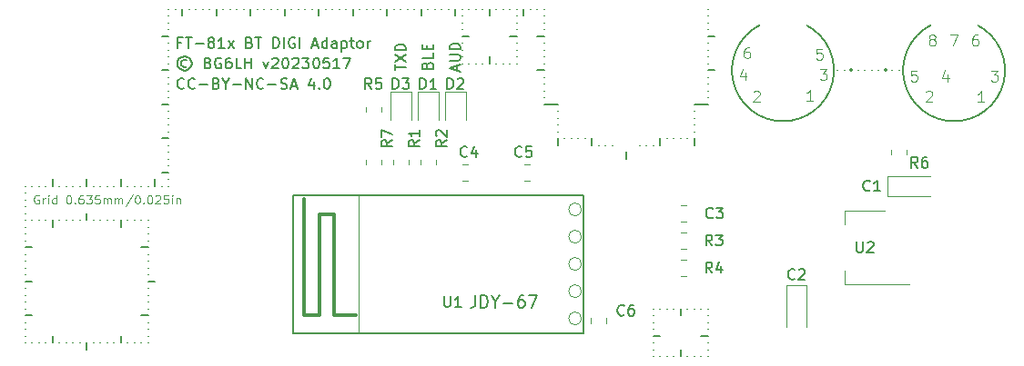
<source format=gbr>
%TF.GenerationSoftware,KiCad,Pcbnew,7.0.1-0*%
%TF.CreationDate,2023-05-18T00:20:13+08:00*%
%TF.ProjectId,FT817-BT-JDY67,46543831-372d-4425-942d-4a445936372e,20230517*%
%TF.SameCoordinates,Original*%
%TF.FileFunction,Legend,Top*%
%TF.FilePolarity,Positive*%
%FSLAX46Y46*%
G04 Gerber Fmt 4.6, Leading zero omitted, Abs format (unit mm)*
G04 Created by KiCad (PCBNEW 7.0.1-0) date 2023-05-18 00:20:13*
%MOMM*%
%LPD*%
G01*
G04 APERTURE LIST*
%ADD10C,0.150000*%
%ADD11C,0.300000*%
%ADD12C,0.100000*%
%ADD13C,0.203000*%
%ADD14C,0.120000*%
%ADD15C,0.127000*%
%ADD16C,0.160000*%
%ADD17C,0.350000*%
G04 APERTURE END LIST*
D10*
X140970000Y-74295000D02*
X140970000Y-74295000D01*
X169545000Y-69215000D02*
X169545000Y-69215000D01*
X100965000Y-80010000D02*
X100965000Y-80010000D01*
X91440000Y-81915000D02*
X91440000Y-81915000D01*
X106680000Y-63500000D02*
X106680000Y-63500000D01*
X104775000Y-73025000D02*
X104775000Y-73025000D01*
X104775000Y-69850000D02*
X104775000Y-69850000D01*
X121920000Y-64135000D02*
X121920000Y-63500000D01*
X125730000Y-63500000D02*
X125730000Y-63500000D01*
X132080000Y-65405000D02*
X132080000Y-65405000D01*
X123190000Y-63500000D02*
X123190000Y-63500000D01*
X139700000Y-69215000D02*
X139065000Y-69215000D01*
X102870000Y-86360000D02*
X102870000Y-86360000D01*
X104775000Y-65405000D02*
X104775000Y-65405000D01*
X137160000Y-67310000D02*
X137160000Y-67310000D01*
X104775000Y-67945000D02*
X104775000Y-67945000D01*
X139700000Y-68580000D02*
X139700000Y-68580000D01*
X102870000Y-88265000D02*
X102870000Y-88265000D01*
X94615000Y-94615000D02*
X94615000Y-94615000D01*
X104140000Y-66040000D02*
X104775000Y-66040000D01*
X116840000Y-63500000D02*
X116840000Y-63500000D01*
X104775000Y-77470000D02*
X104775000Y-77470000D01*
X98425000Y-94615000D02*
X98425000Y-94615000D01*
X106680000Y-63500000D02*
X106680000Y-63500000D01*
X154305000Y-91440000D02*
X154305000Y-91440000D01*
X104775000Y-71120000D02*
X104775000Y-71120000D01*
X137160000Y-67945000D02*
X137160000Y-67945000D01*
X127635000Y-63500000D02*
X127635000Y-63500000D01*
X102870000Y-80010000D02*
X102870000Y-80010000D01*
X128905000Y-63500000D02*
X128905000Y-63500000D01*
X139700000Y-65405000D02*
X139700000Y-65405000D01*
X104140000Y-75565000D02*
X104775000Y-75565000D01*
X127000000Y-63500000D02*
X127000000Y-63500000D01*
X139700000Y-70485000D02*
X139700000Y-70485000D01*
X167639503Y-69215000D02*
X167640000Y-69215000D01*
X104775000Y-66675000D02*
X104775000Y-66675000D01*
X139700000Y-63500000D02*
X139700000Y-63500000D01*
X104775000Y-74295000D02*
X104775000Y-74295000D01*
X113030000Y-63500000D02*
X113030000Y-63500000D01*
X154940000Y-71120000D02*
X154940000Y-71120000D01*
X154940000Y-92075000D02*
X154940000Y-92075000D01*
X154940000Y-94615000D02*
X154940000Y-94615000D01*
X93345000Y-83185000D02*
X93345000Y-83185000D01*
X155575000Y-69215000D02*
X154940000Y-69215000D01*
X94615000Y-80010000D02*
X94615000Y-80010000D01*
X151765000Y-75565000D02*
X151765000Y-75565000D01*
X93345000Y-94615000D02*
X93345000Y-94615000D01*
X99060000Y-80010000D02*
X99060000Y-80010000D01*
X102235000Y-94615000D02*
X102235000Y-94615000D01*
X97790000Y-83185000D02*
X97790000Y-83185000D01*
X91440000Y-85090000D02*
X91440000Y-85090000D01*
X132080000Y-68580000D02*
X132080000Y-68580000D01*
X154940000Y-95885000D02*
X154940000Y-95885000D01*
X139700000Y-66040000D02*
X139065000Y-66040000D01*
X101600000Y-80010000D02*
X101600000Y-80010000D01*
X104775000Y-70485000D02*
X104775000Y-70485000D01*
X149860000Y-92710000D02*
X149860000Y-92710000D01*
X98425000Y-80010000D02*
X98425000Y-80010000D01*
X150495000Y-75565000D02*
X150495000Y-76200000D01*
X146050000Y-76200000D02*
X146050000Y-76200000D01*
X91440000Y-88265000D02*
X91440000Y-88265000D01*
X102870000Y-94615000D02*
X102870000Y-94615000D01*
X104775000Y-69850000D02*
X104775000Y-69850000D01*
X92075000Y-80010000D02*
X92075000Y-80010000D01*
X102870000Y-86360000D02*
X102870000Y-86360000D01*
X102870000Y-93980000D02*
X102870000Y-93980000D01*
X154940000Y-95250000D02*
X154940000Y-95250000D01*
X143510000Y-75565000D02*
X143510000Y-75565000D01*
X118110000Y-63500000D02*
X118110000Y-63500000D01*
X140970000Y-73025000D02*
X140970000Y-73025000D01*
X102870000Y-83185000D02*
X102870000Y-83185000D01*
X170815000Y-69215000D02*
X170815000Y-69215000D01*
X154940000Y-93345000D02*
X154940000Y-93345000D01*
X104775000Y-67310000D02*
X104775000Y-67310000D01*
X91440000Y-80645000D02*
X91440000Y-80645000D01*
X119380000Y-63500000D02*
X119380000Y-63500000D01*
X154940000Y-91440000D02*
X154940000Y-91440000D01*
X117475000Y-63500000D02*
X117475000Y-63500000D01*
X120015000Y-63500000D02*
X120015000Y-63500000D01*
X137160000Y-65405000D02*
X137160000Y-65405000D01*
X104775000Y-76200000D02*
X104775000Y-76200000D01*
X101600000Y-83185000D02*
X101600000Y-83185000D01*
X125095000Y-64135000D02*
X125095000Y-63500000D01*
X113030000Y-63500000D02*
X113030000Y-63500000D01*
X130175000Y-63500000D02*
X130175000Y-63500000D01*
X145415000Y-76200000D02*
X145415000Y-76200000D01*
X140970000Y-72390000D02*
X139700000Y-72390000D01*
X110490000Y-63500000D02*
X110490000Y-63500000D01*
X114300000Y-63500000D02*
X114300000Y-63500000D01*
X136525000Y-63500000D02*
X136525000Y-63500000D01*
X139700000Y-66675000D02*
X139700000Y-66675000D01*
X92710000Y-83185000D02*
X92710000Y-83185000D01*
X96520000Y-83185000D02*
X96520000Y-83185000D01*
X100965000Y-94615000D02*
X100965000Y-94615000D01*
X151130000Y-95885000D02*
X151130000Y-95885000D01*
X91440000Y-91440000D02*
X91440000Y-91440000D01*
X92710000Y-94615000D02*
X92710000Y-94615000D01*
X126365000Y-63500000D02*
X126365000Y-63500000D01*
X91440000Y-87630000D02*
X91440000Y-87630000D01*
X120650000Y-63500000D02*
X120650000Y-63500000D01*
X94615000Y-83185000D02*
X94615000Y-83185000D01*
X91440000Y-93980000D02*
X91440000Y-93980000D01*
X140970000Y-74930000D02*
X140970000Y-74930000D01*
X91440000Y-94615000D02*
X91440000Y-94615000D01*
X102235000Y-92075000D02*
X102870000Y-92075000D01*
X170180000Y-69215000D02*
X170180000Y-69215000D01*
X91440000Y-83185000D02*
X91440000Y-83185000D01*
D11*
X171450000Y-69215000D02*
X171450000Y-69215000D01*
D10*
X95885000Y-94615000D02*
X95885000Y-94615000D01*
X140970000Y-73660000D02*
X140970000Y-73660000D01*
X154940000Y-67945000D02*
X154940000Y-67945000D01*
X139700000Y-64135000D02*
X139700000Y-64135000D01*
X109855000Y-63500000D02*
X109855000Y-63500000D01*
X144145000Y-76200000D02*
X144145000Y-75565000D01*
X91440000Y-86360000D02*
X91440000Y-86360000D01*
X91440000Y-92710000D02*
X91440000Y-92710000D01*
X132080000Y-67310000D02*
X132080000Y-67310000D01*
X94615000Y-94615000D02*
X94615000Y-94615000D01*
X95250000Y-94615000D02*
X95250000Y-94615000D01*
X102870000Y-89535000D02*
X102870000Y-89535000D01*
X154940000Y-67310000D02*
X154940000Y-67310000D01*
X92075000Y-94615000D02*
X92075000Y-94615000D01*
X139065000Y-63500000D02*
X139065000Y-63500000D01*
X137160000Y-63500000D02*
X137160000Y-63500000D01*
X105410000Y-63500000D02*
X105410000Y-63500000D01*
X134620000Y-64135000D02*
X134620000Y-63500000D01*
X104775000Y-64770000D02*
X104775000Y-64770000D01*
X104775000Y-76835000D02*
X104775000Y-76835000D01*
X128905000Y-63500000D02*
X128905000Y-63500000D01*
X141605000Y-75565000D02*
X141605000Y-75565000D01*
X91440000Y-90805000D02*
X91440000Y-90805000D01*
X132080000Y-66675000D02*
X132080000Y-66675000D01*
X122555000Y-63500000D02*
X122555000Y-63500000D01*
X128270000Y-64135000D02*
X128270000Y-63500000D01*
X147320000Y-76835000D02*
X147320000Y-77470000D01*
X168910000Y-69215000D02*
X168910000Y-69215000D01*
X153670000Y-74295000D02*
X153670000Y-74295000D01*
X104775000Y-73660000D02*
X104775000Y-73660000D01*
X152400000Y-92075000D02*
X152400000Y-91440000D01*
X102870000Y-86995000D02*
X102870000Y-86995000D01*
X139700000Y-69850000D02*
X139700000Y-69850000D01*
X91440000Y-84455000D02*
X91440000Y-84455000D01*
X136525000Y-68580000D02*
X136525000Y-68580000D01*
X153035000Y-95885000D02*
X153035000Y-95885000D01*
X104140000Y-69215000D02*
X104775000Y-69215000D01*
X154940000Y-65405000D02*
X154940000Y-65405000D01*
X154940000Y-63500000D02*
X154940000Y-63500000D01*
X91440000Y-86995000D02*
X91440000Y-86995000D01*
X151130000Y-75565000D02*
X151130000Y-75565000D01*
X104775000Y-63500000D02*
X104775000Y-63500000D01*
X91440000Y-81280000D02*
X91440000Y-81280000D01*
X153670000Y-73660000D02*
X153670000Y-73660000D01*
X102235000Y-85725000D02*
X102870000Y-85725000D01*
X153035000Y-75565000D02*
X153035000Y-75565000D01*
X97155000Y-82550000D02*
X97155000Y-83185000D01*
X133350000Y-63500000D02*
X133350000Y-63500000D01*
X137160000Y-66675000D02*
X137160000Y-66675000D01*
X135255000Y-68580000D02*
X135255000Y-68580000D01*
X122555000Y-63500000D02*
X122555000Y-63500000D01*
X154940000Y-68580000D02*
X154940000Y-68580000D01*
X153670000Y-75565000D02*
X153670000Y-76200000D01*
X154940000Y-66675000D02*
X154940000Y-66675000D01*
X106045000Y-64135000D02*
X106045000Y-63500000D01*
X96520000Y-94615000D02*
X96520000Y-94615000D01*
X119380000Y-63500000D02*
X119380000Y-63500000D01*
X102870000Y-90805000D02*
X102870000Y-90805000D01*
X99060000Y-94615000D02*
X99060000Y-94615000D01*
X102870000Y-94615000D02*
X102870000Y-94615000D01*
X153670000Y-74930000D02*
X153670000Y-74930000D01*
X123825000Y-63500000D02*
X123825000Y-63500000D01*
X104775000Y-69850000D02*
X104775000Y-69850000D01*
X100330000Y-79375000D02*
X100330000Y-80010000D01*
X133985000Y-63500000D02*
X133985000Y-63500000D01*
X99695000Y-94615000D02*
X99695000Y-94615000D01*
X150495000Y-93980000D02*
X149860000Y-93980000D01*
X109220000Y-64135000D02*
X109220000Y-63500000D01*
X133350000Y-68580000D02*
X133350000Y-68580000D01*
X132080000Y-67945000D02*
X132080000Y-67945000D01*
X103505000Y-88900000D02*
X102870000Y-88900000D01*
X108585000Y-63500000D02*
X108585000Y-63500000D01*
X98425000Y-83185000D02*
X98425000Y-83185000D01*
X104140000Y-78740000D02*
X104775000Y-78740000D01*
X139700000Y-67310000D02*
X139700000Y-67310000D01*
X137160000Y-68580000D02*
X137160000Y-68580000D01*
X102870000Y-92710000D02*
X102870000Y-92710000D01*
X101600000Y-94615000D02*
X101600000Y-94615000D01*
X139700000Y-71120000D02*
X139700000Y-71120000D01*
X102870000Y-80010000D02*
X102870000Y-80010000D01*
X148590000Y-76200000D02*
X148590000Y-76200000D01*
X172720000Y-69215000D02*
X172720000Y-69215000D01*
X152400000Y-95250000D02*
X152400000Y-95885000D01*
X135890000Y-63500000D02*
X135890000Y-63500000D01*
X153670000Y-73025000D02*
X153670000Y-73025000D01*
X91440000Y-86360000D02*
X91440000Y-86360000D01*
X135890000Y-68580000D02*
X135890000Y-68580000D01*
X137160000Y-64135000D02*
X137160000Y-64135000D01*
X118745000Y-64135000D02*
X118745000Y-63500000D01*
X104140000Y-72390000D02*
X104775000Y-72390000D01*
X97790000Y-80010000D02*
X97790000Y-80010000D01*
X102870000Y-90170000D02*
X102870000Y-90170000D01*
X149860000Y-95250000D02*
X149860000Y-95250000D01*
X97790000Y-94615000D02*
X97790000Y-94615000D01*
X154940000Y-71755000D02*
X154940000Y-71755000D01*
X132080000Y-64770000D02*
X132080000Y-64770000D01*
X96520000Y-80010000D02*
X96520000Y-80010000D01*
X116205000Y-63500000D02*
X116205000Y-63500000D01*
X133985000Y-68580000D02*
X133985000Y-68580000D01*
X103505000Y-79375000D02*
X103505000Y-80010000D01*
X132080000Y-63500000D02*
X132080000Y-63500000D01*
X138430000Y-63500000D02*
X138430000Y-63500000D01*
X149225000Y-76200000D02*
X149225000Y-76200000D01*
X114935000Y-63500000D02*
X114935000Y-63500000D01*
X102870000Y-87630000D02*
X102870000Y-87630000D01*
X92075000Y-88900000D02*
X91440000Y-88900000D01*
X121285000Y-63500000D02*
X121285000Y-63500000D01*
D11*
X168275000Y-69215000D02*
X168275000Y-69215000D01*
D10*
X91440000Y-90170000D02*
X91440000Y-90170000D01*
X112395000Y-64135000D02*
X112395000Y-63500000D01*
X102870000Y-94615000D02*
X102870000Y-94615000D01*
X91440000Y-93345000D02*
X91440000Y-93345000D01*
X137795000Y-64135000D02*
X137795000Y-63500000D01*
X95885000Y-83185000D02*
X95885000Y-83185000D01*
X151765000Y-91440000D02*
X151765000Y-91440000D01*
X132080000Y-64135000D02*
X132080000Y-64135000D01*
X93980000Y-79375000D02*
X93980000Y-80010000D01*
X102870000Y-83820000D02*
X102870000Y-83820000D01*
X91440000Y-85725000D02*
X92075000Y-85725000D01*
X149860000Y-91440000D02*
X149860000Y-91440000D01*
X102870000Y-80010000D02*
X102870000Y-80010000D01*
X130810000Y-63500000D02*
X130810000Y-63500000D01*
X102870000Y-91440000D02*
X102870000Y-91440000D01*
X154940000Y-64770000D02*
X154940000Y-64770000D01*
X91440000Y-82550000D02*
X91440000Y-82550000D01*
X172085000Y-69215000D02*
X172085000Y-69215000D01*
X109855000Y-63500000D02*
X109855000Y-63500000D01*
X154305000Y-95885000D02*
X154305000Y-95885000D01*
X91440000Y-89535000D02*
X91440000Y-89535000D01*
X92075000Y-92075000D02*
X91440000Y-92075000D01*
X95250000Y-83185000D02*
X95250000Y-83185000D01*
X136525000Y-66040000D02*
X137160000Y-66040000D01*
X99695000Y-80010000D02*
X99695000Y-80010000D01*
X149860000Y-76200000D02*
X149860000Y-76200000D01*
X99060000Y-83185000D02*
X99060000Y-83185000D01*
X115570000Y-64135000D02*
X115570000Y-63500000D01*
X100330000Y-93980000D02*
X100330000Y-94615000D01*
X149860000Y-94615000D02*
X149860000Y-94615000D01*
X104775000Y-80010000D02*
X104775000Y-80010000D01*
X154940000Y-69850000D02*
X154940000Y-69850000D01*
X149860000Y-95885000D02*
X149860000Y-95885000D01*
X132080000Y-63500000D02*
X132080000Y-63500000D01*
X135255000Y-63500000D02*
X135255000Y-63500000D01*
X132715000Y-68580000D02*
X132715000Y-68580000D01*
X104140000Y-80010000D02*
X104140000Y-80010000D01*
X142875000Y-75565000D02*
X142875000Y-75565000D01*
X116205000Y-63500000D02*
X116205000Y-63500000D01*
X93980000Y-93980000D02*
X93980000Y-94615000D01*
X91440000Y-83185000D02*
X91440000Y-83185000D01*
X104775000Y-68580000D02*
X104775000Y-68580000D01*
X91440000Y-91440000D02*
X91440000Y-91440000D01*
X154940000Y-70485000D02*
X154940000Y-70485000D01*
X97155000Y-79375000D02*
X97155000Y-80010000D01*
X151765000Y-95885000D02*
X151765000Y-95885000D01*
X102235000Y-80010000D02*
X102235000Y-80010000D01*
X137160000Y-64770000D02*
X137160000Y-64770000D01*
X95885000Y-80010000D02*
X95885000Y-80010000D01*
X104775000Y-71755000D02*
X104775000Y-71755000D01*
X140970000Y-75565000D02*
X140970000Y-76200000D01*
X102870000Y-85090000D02*
X102870000Y-85090000D01*
X154940000Y-92710000D02*
X154940000Y-92710000D01*
X95250000Y-80010000D02*
X95250000Y-80010000D01*
X100965000Y-83185000D02*
X100965000Y-83185000D01*
X102235000Y-83185000D02*
X102235000Y-83185000D01*
X107950000Y-63500000D02*
X107950000Y-63500000D01*
X100330000Y-83820000D02*
X100330000Y-83185000D01*
X132715000Y-66040000D02*
X132080000Y-66040000D01*
X139700000Y-67945000D02*
X139700000Y-67945000D01*
X154940000Y-64135000D02*
X154940000Y-64135000D01*
X99695000Y-83185000D02*
X99695000Y-83185000D01*
X102870000Y-84455000D02*
X102870000Y-84455000D01*
X129540000Y-63500000D02*
X129540000Y-63500000D01*
X107315000Y-63500000D02*
X107315000Y-63500000D01*
X152400000Y-75565000D02*
X152400000Y-75565000D01*
X104775000Y-78105000D02*
X104775000Y-78105000D01*
X111125000Y-63500000D02*
X111125000Y-63500000D01*
X155575000Y-66040000D02*
X154940000Y-66040000D01*
X149860000Y-93345000D02*
X149860000Y-93345000D01*
X93980000Y-83820000D02*
X93980000Y-83185000D01*
X104775000Y-79375000D02*
X104775000Y-79375000D01*
X94615000Y-80010000D02*
X94615000Y-80010000D01*
X142240000Y-75565000D02*
X142240000Y-75565000D01*
X153035000Y-91440000D02*
X153035000Y-91440000D01*
X151130000Y-91440000D02*
X151130000Y-91440000D01*
X150495000Y-95885000D02*
X150495000Y-95885000D01*
X153670000Y-95885000D02*
X153670000Y-95885000D01*
X124460000Y-63500000D02*
X124460000Y-63500000D01*
X104775000Y-74930000D02*
X104775000Y-74930000D01*
X111760000Y-63500000D02*
X111760000Y-63500000D01*
X131445000Y-64135000D02*
X131445000Y-63500000D01*
X167005000Y-69215000D02*
X167005000Y-69215000D01*
X144780000Y-76200000D02*
X144780000Y-76200000D01*
X102870000Y-86360000D02*
X102870000Y-86360000D01*
X97155000Y-94615000D02*
X97155000Y-95250000D01*
X91440000Y-80010000D02*
X91440000Y-80010000D01*
X93345000Y-80010000D02*
X93345000Y-80010000D01*
X150495000Y-91440000D02*
X150495000Y-91440000D01*
X91440000Y-94615000D02*
X91440000Y-94615000D01*
X132715000Y-63500000D02*
X132715000Y-63500000D01*
X113665000Y-63500000D02*
X113665000Y-63500000D01*
X92075000Y-83185000D02*
X92075000Y-83185000D01*
X153670000Y-91440000D02*
X153670000Y-91440000D01*
X92710000Y-80010000D02*
X92710000Y-80010000D01*
X154940000Y-72390000D02*
X153670000Y-72390000D01*
X154305000Y-93980000D02*
X154940000Y-93980000D01*
X139700000Y-64770000D02*
X139700000Y-64770000D01*
X125730000Y-63500000D02*
X125730000Y-63500000D01*
X104775000Y-64135000D02*
X104775000Y-64135000D01*
X91440000Y-83820000D02*
X91440000Y-83820000D01*
X139700000Y-71755000D02*
X139700000Y-71755000D01*
X102870000Y-93345000D02*
X102870000Y-93345000D01*
X134620000Y-67945000D02*
X134620000Y-68580000D01*
X149860000Y-92075000D02*
X149860000Y-92075000D01*
X105981428Y-66613809D02*
X105648095Y-66613809D01*
X105648095Y-67137619D02*
X105648095Y-66137619D01*
X105648095Y-66137619D02*
X106124285Y-66137619D01*
X106362381Y-66137619D02*
X106933809Y-66137619D01*
X106648095Y-67137619D02*
X106648095Y-66137619D01*
X107267143Y-66756666D02*
X108029048Y-66756666D01*
X108648095Y-66566190D02*
X108552857Y-66518571D01*
X108552857Y-66518571D02*
X108505238Y-66470952D01*
X108505238Y-66470952D02*
X108457619Y-66375714D01*
X108457619Y-66375714D02*
X108457619Y-66328095D01*
X108457619Y-66328095D02*
X108505238Y-66232857D01*
X108505238Y-66232857D02*
X108552857Y-66185238D01*
X108552857Y-66185238D02*
X108648095Y-66137619D01*
X108648095Y-66137619D02*
X108838571Y-66137619D01*
X108838571Y-66137619D02*
X108933809Y-66185238D01*
X108933809Y-66185238D02*
X108981428Y-66232857D01*
X108981428Y-66232857D02*
X109029047Y-66328095D01*
X109029047Y-66328095D02*
X109029047Y-66375714D01*
X109029047Y-66375714D02*
X108981428Y-66470952D01*
X108981428Y-66470952D02*
X108933809Y-66518571D01*
X108933809Y-66518571D02*
X108838571Y-66566190D01*
X108838571Y-66566190D02*
X108648095Y-66566190D01*
X108648095Y-66566190D02*
X108552857Y-66613809D01*
X108552857Y-66613809D02*
X108505238Y-66661428D01*
X108505238Y-66661428D02*
X108457619Y-66756666D01*
X108457619Y-66756666D02*
X108457619Y-66947142D01*
X108457619Y-66947142D02*
X108505238Y-67042380D01*
X108505238Y-67042380D02*
X108552857Y-67090000D01*
X108552857Y-67090000D02*
X108648095Y-67137619D01*
X108648095Y-67137619D02*
X108838571Y-67137619D01*
X108838571Y-67137619D02*
X108933809Y-67090000D01*
X108933809Y-67090000D02*
X108981428Y-67042380D01*
X108981428Y-67042380D02*
X109029047Y-66947142D01*
X109029047Y-66947142D02*
X109029047Y-66756666D01*
X109029047Y-66756666D02*
X108981428Y-66661428D01*
X108981428Y-66661428D02*
X108933809Y-66613809D01*
X108933809Y-66613809D02*
X108838571Y-66566190D01*
X109981428Y-67137619D02*
X109410000Y-67137619D01*
X109695714Y-67137619D02*
X109695714Y-66137619D01*
X109695714Y-66137619D02*
X109600476Y-66280476D01*
X109600476Y-66280476D02*
X109505238Y-66375714D01*
X109505238Y-66375714D02*
X109410000Y-66423333D01*
X110314762Y-67137619D02*
X110838571Y-66470952D01*
X110314762Y-66470952D02*
X110838571Y-67137619D01*
X112314762Y-66613809D02*
X112457619Y-66661428D01*
X112457619Y-66661428D02*
X112505238Y-66709047D01*
X112505238Y-66709047D02*
X112552857Y-66804285D01*
X112552857Y-66804285D02*
X112552857Y-66947142D01*
X112552857Y-66947142D02*
X112505238Y-67042380D01*
X112505238Y-67042380D02*
X112457619Y-67090000D01*
X112457619Y-67090000D02*
X112362381Y-67137619D01*
X112362381Y-67137619D02*
X111981429Y-67137619D01*
X111981429Y-67137619D02*
X111981429Y-66137619D01*
X111981429Y-66137619D02*
X112314762Y-66137619D01*
X112314762Y-66137619D02*
X112410000Y-66185238D01*
X112410000Y-66185238D02*
X112457619Y-66232857D01*
X112457619Y-66232857D02*
X112505238Y-66328095D01*
X112505238Y-66328095D02*
X112505238Y-66423333D01*
X112505238Y-66423333D02*
X112457619Y-66518571D01*
X112457619Y-66518571D02*
X112410000Y-66566190D01*
X112410000Y-66566190D02*
X112314762Y-66613809D01*
X112314762Y-66613809D02*
X111981429Y-66613809D01*
X112838572Y-66137619D02*
X113410000Y-66137619D01*
X113124286Y-67137619D02*
X113124286Y-66137619D01*
X114505239Y-67137619D02*
X114505239Y-66137619D01*
X114505239Y-66137619D02*
X114743334Y-66137619D01*
X114743334Y-66137619D02*
X114886191Y-66185238D01*
X114886191Y-66185238D02*
X114981429Y-66280476D01*
X114981429Y-66280476D02*
X115029048Y-66375714D01*
X115029048Y-66375714D02*
X115076667Y-66566190D01*
X115076667Y-66566190D02*
X115076667Y-66709047D01*
X115076667Y-66709047D02*
X115029048Y-66899523D01*
X115029048Y-66899523D02*
X114981429Y-66994761D01*
X114981429Y-66994761D02*
X114886191Y-67090000D01*
X114886191Y-67090000D02*
X114743334Y-67137619D01*
X114743334Y-67137619D02*
X114505239Y-67137619D01*
X115505239Y-67137619D02*
X115505239Y-66137619D01*
X116505238Y-66185238D02*
X116410000Y-66137619D01*
X116410000Y-66137619D02*
X116267143Y-66137619D01*
X116267143Y-66137619D02*
X116124286Y-66185238D01*
X116124286Y-66185238D02*
X116029048Y-66280476D01*
X116029048Y-66280476D02*
X115981429Y-66375714D01*
X115981429Y-66375714D02*
X115933810Y-66566190D01*
X115933810Y-66566190D02*
X115933810Y-66709047D01*
X115933810Y-66709047D02*
X115981429Y-66899523D01*
X115981429Y-66899523D02*
X116029048Y-66994761D01*
X116029048Y-66994761D02*
X116124286Y-67090000D01*
X116124286Y-67090000D02*
X116267143Y-67137619D01*
X116267143Y-67137619D02*
X116362381Y-67137619D01*
X116362381Y-67137619D02*
X116505238Y-67090000D01*
X116505238Y-67090000D02*
X116552857Y-67042380D01*
X116552857Y-67042380D02*
X116552857Y-66709047D01*
X116552857Y-66709047D02*
X116362381Y-66709047D01*
X116981429Y-67137619D02*
X116981429Y-66137619D01*
X118171905Y-66851904D02*
X118648095Y-66851904D01*
X118076667Y-67137619D02*
X118410000Y-66137619D01*
X118410000Y-66137619D02*
X118743333Y-67137619D01*
X119505238Y-67137619D02*
X119505238Y-66137619D01*
X119505238Y-67090000D02*
X119410000Y-67137619D01*
X119410000Y-67137619D02*
X119219524Y-67137619D01*
X119219524Y-67137619D02*
X119124286Y-67090000D01*
X119124286Y-67090000D02*
X119076667Y-67042380D01*
X119076667Y-67042380D02*
X119029048Y-66947142D01*
X119029048Y-66947142D02*
X119029048Y-66661428D01*
X119029048Y-66661428D02*
X119076667Y-66566190D01*
X119076667Y-66566190D02*
X119124286Y-66518571D01*
X119124286Y-66518571D02*
X119219524Y-66470952D01*
X119219524Y-66470952D02*
X119410000Y-66470952D01*
X119410000Y-66470952D02*
X119505238Y-66518571D01*
X120410000Y-67137619D02*
X120410000Y-66613809D01*
X120410000Y-66613809D02*
X120362381Y-66518571D01*
X120362381Y-66518571D02*
X120267143Y-66470952D01*
X120267143Y-66470952D02*
X120076667Y-66470952D01*
X120076667Y-66470952D02*
X119981429Y-66518571D01*
X120410000Y-67090000D02*
X120314762Y-67137619D01*
X120314762Y-67137619D02*
X120076667Y-67137619D01*
X120076667Y-67137619D02*
X119981429Y-67090000D01*
X119981429Y-67090000D02*
X119933810Y-66994761D01*
X119933810Y-66994761D02*
X119933810Y-66899523D01*
X119933810Y-66899523D02*
X119981429Y-66804285D01*
X119981429Y-66804285D02*
X120076667Y-66756666D01*
X120076667Y-66756666D02*
X120314762Y-66756666D01*
X120314762Y-66756666D02*
X120410000Y-66709047D01*
X120886191Y-66470952D02*
X120886191Y-67470952D01*
X120886191Y-66518571D02*
X120981429Y-66470952D01*
X120981429Y-66470952D02*
X121171905Y-66470952D01*
X121171905Y-66470952D02*
X121267143Y-66518571D01*
X121267143Y-66518571D02*
X121314762Y-66566190D01*
X121314762Y-66566190D02*
X121362381Y-66661428D01*
X121362381Y-66661428D02*
X121362381Y-66947142D01*
X121362381Y-66947142D02*
X121314762Y-67042380D01*
X121314762Y-67042380D02*
X121267143Y-67090000D01*
X121267143Y-67090000D02*
X121171905Y-67137619D01*
X121171905Y-67137619D02*
X120981429Y-67137619D01*
X120981429Y-67137619D02*
X120886191Y-67090000D01*
X121648096Y-66470952D02*
X122029048Y-66470952D01*
X121790953Y-66137619D02*
X121790953Y-66994761D01*
X121790953Y-66994761D02*
X121838572Y-67090000D01*
X121838572Y-67090000D02*
X121933810Y-67137619D01*
X121933810Y-67137619D02*
X122029048Y-67137619D01*
X122505239Y-67137619D02*
X122410001Y-67090000D01*
X122410001Y-67090000D02*
X122362382Y-67042380D01*
X122362382Y-67042380D02*
X122314763Y-66947142D01*
X122314763Y-66947142D02*
X122314763Y-66661428D01*
X122314763Y-66661428D02*
X122362382Y-66566190D01*
X122362382Y-66566190D02*
X122410001Y-66518571D01*
X122410001Y-66518571D02*
X122505239Y-66470952D01*
X122505239Y-66470952D02*
X122648096Y-66470952D01*
X122648096Y-66470952D02*
X122743334Y-66518571D01*
X122743334Y-66518571D02*
X122790953Y-66566190D01*
X122790953Y-66566190D02*
X122838572Y-66661428D01*
X122838572Y-66661428D02*
X122838572Y-66947142D01*
X122838572Y-66947142D02*
X122790953Y-67042380D01*
X122790953Y-67042380D02*
X122743334Y-67090000D01*
X122743334Y-67090000D02*
X122648096Y-67137619D01*
X122648096Y-67137619D02*
X122505239Y-67137619D01*
X123267144Y-67137619D02*
X123267144Y-66470952D01*
X123267144Y-66661428D02*
X123314763Y-66566190D01*
X123314763Y-66566190D02*
X123362382Y-66518571D01*
X123362382Y-66518571D02*
X123457620Y-66470952D01*
X123457620Y-66470952D02*
X123552858Y-66470952D01*
X128843809Y-68730714D02*
X128891428Y-68587857D01*
X128891428Y-68587857D02*
X128939047Y-68540238D01*
X128939047Y-68540238D02*
X129034285Y-68492619D01*
X129034285Y-68492619D02*
X129177142Y-68492619D01*
X129177142Y-68492619D02*
X129272380Y-68540238D01*
X129272380Y-68540238D02*
X129320000Y-68587857D01*
X129320000Y-68587857D02*
X129367619Y-68683095D01*
X129367619Y-68683095D02*
X129367619Y-69064047D01*
X129367619Y-69064047D02*
X128367619Y-69064047D01*
X128367619Y-69064047D02*
X128367619Y-68730714D01*
X128367619Y-68730714D02*
X128415238Y-68635476D01*
X128415238Y-68635476D02*
X128462857Y-68587857D01*
X128462857Y-68587857D02*
X128558095Y-68540238D01*
X128558095Y-68540238D02*
X128653333Y-68540238D01*
X128653333Y-68540238D02*
X128748571Y-68587857D01*
X128748571Y-68587857D02*
X128796190Y-68635476D01*
X128796190Y-68635476D02*
X128843809Y-68730714D01*
X128843809Y-68730714D02*
X128843809Y-69064047D01*
X129367619Y-67587857D02*
X129367619Y-68064047D01*
X129367619Y-68064047D02*
X128367619Y-68064047D01*
X128843809Y-67254523D02*
X128843809Y-66921190D01*
X129367619Y-66778333D02*
X129367619Y-67254523D01*
X129367619Y-67254523D02*
X128367619Y-67254523D01*
X128367619Y-67254523D02*
X128367619Y-66778333D01*
X106457619Y-68280714D02*
X106362380Y-68233095D01*
X106362380Y-68233095D02*
X106171904Y-68233095D01*
X106171904Y-68233095D02*
X106076666Y-68280714D01*
X106076666Y-68280714D02*
X105981428Y-68375952D01*
X105981428Y-68375952D02*
X105933809Y-68471190D01*
X105933809Y-68471190D02*
X105933809Y-68661666D01*
X105933809Y-68661666D02*
X105981428Y-68756904D01*
X105981428Y-68756904D02*
X106076666Y-68852142D01*
X106076666Y-68852142D02*
X106171904Y-68899761D01*
X106171904Y-68899761D02*
X106362380Y-68899761D01*
X106362380Y-68899761D02*
X106457619Y-68852142D01*
X106267142Y-67899761D02*
X106029047Y-67947380D01*
X106029047Y-67947380D02*
X105790952Y-68090238D01*
X105790952Y-68090238D02*
X105648095Y-68328333D01*
X105648095Y-68328333D02*
X105600476Y-68566428D01*
X105600476Y-68566428D02*
X105648095Y-68804523D01*
X105648095Y-68804523D02*
X105790952Y-69042619D01*
X105790952Y-69042619D02*
X106029047Y-69185476D01*
X106029047Y-69185476D02*
X106267142Y-69233095D01*
X106267142Y-69233095D02*
X106505238Y-69185476D01*
X106505238Y-69185476D02*
X106743333Y-69042619D01*
X106743333Y-69042619D02*
X106886190Y-68804523D01*
X106886190Y-68804523D02*
X106933809Y-68566428D01*
X106933809Y-68566428D02*
X106886190Y-68328333D01*
X106886190Y-68328333D02*
X106743333Y-68090238D01*
X106743333Y-68090238D02*
X106505238Y-67947380D01*
X106505238Y-67947380D02*
X106267142Y-67899761D01*
X108457619Y-68518809D02*
X108600476Y-68566428D01*
X108600476Y-68566428D02*
X108648095Y-68614047D01*
X108648095Y-68614047D02*
X108695714Y-68709285D01*
X108695714Y-68709285D02*
X108695714Y-68852142D01*
X108695714Y-68852142D02*
X108648095Y-68947380D01*
X108648095Y-68947380D02*
X108600476Y-68995000D01*
X108600476Y-68995000D02*
X108505238Y-69042619D01*
X108505238Y-69042619D02*
X108124286Y-69042619D01*
X108124286Y-69042619D02*
X108124286Y-68042619D01*
X108124286Y-68042619D02*
X108457619Y-68042619D01*
X108457619Y-68042619D02*
X108552857Y-68090238D01*
X108552857Y-68090238D02*
X108600476Y-68137857D01*
X108600476Y-68137857D02*
X108648095Y-68233095D01*
X108648095Y-68233095D02*
X108648095Y-68328333D01*
X108648095Y-68328333D02*
X108600476Y-68423571D01*
X108600476Y-68423571D02*
X108552857Y-68471190D01*
X108552857Y-68471190D02*
X108457619Y-68518809D01*
X108457619Y-68518809D02*
X108124286Y-68518809D01*
X109648095Y-68090238D02*
X109552857Y-68042619D01*
X109552857Y-68042619D02*
X109410000Y-68042619D01*
X109410000Y-68042619D02*
X109267143Y-68090238D01*
X109267143Y-68090238D02*
X109171905Y-68185476D01*
X109171905Y-68185476D02*
X109124286Y-68280714D01*
X109124286Y-68280714D02*
X109076667Y-68471190D01*
X109076667Y-68471190D02*
X109076667Y-68614047D01*
X109076667Y-68614047D02*
X109124286Y-68804523D01*
X109124286Y-68804523D02*
X109171905Y-68899761D01*
X109171905Y-68899761D02*
X109267143Y-68995000D01*
X109267143Y-68995000D02*
X109410000Y-69042619D01*
X109410000Y-69042619D02*
X109505238Y-69042619D01*
X109505238Y-69042619D02*
X109648095Y-68995000D01*
X109648095Y-68995000D02*
X109695714Y-68947380D01*
X109695714Y-68947380D02*
X109695714Y-68614047D01*
X109695714Y-68614047D02*
X109505238Y-68614047D01*
X110552857Y-68042619D02*
X110362381Y-68042619D01*
X110362381Y-68042619D02*
X110267143Y-68090238D01*
X110267143Y-68090238D02*
X110219524Y-68137857D01*
X110219524Y-68137857D02*
X110124286Y-68280714D01*
X110124286Y-68280714D02*
X110076667Y-68471190D01*
X110076667Y-68471190D02*
X110076667Y-68852142D01*
X110076667Y-68852142D02*
X110124286Y-68947380D01*
X110124286Y-68947380D02*
X110171905Y-68995000D01*
X110171905Y-68995000D02*
X110267143Y-69042619D01*
X110267143Y-69042619D02*
X110457619Y-69042619D01*
X110457619Y-69042619D02*
X110552857Y-68995000D01*
X110552857Y-68995000D02*
X110600476Y-68947380D01*
X110600476Y-68947380D02*
X110648095Y-68852142D01*
X110648095Y-68852142D02*
X110648095Y-68614047D01*
X110648095Y-68614047D02*
X110600476Y-68518809D01*
X110600476Y-68518809D02*
X110552857Y-68471190D01*
X110552857Y-68471190D02*
X110457619Y-68423571D01*
X110457619Y-68423571D02*
X110267143Y-68423571D01*
X110267143Y-68423571D02*
X110171905Y-68471190D01*
X110171905Y-68471190D02*
X110124286Y-68518809D01*
X110124286Y-68518809D02*
X110076667Y-68614047D01*
X111552857Y-69042619D02*
X111076667Y-69042619D01*
X111076667Y-69042619D02*
X111076667Y-68042619D01*
X111886191Y-69042619D02*
X111886191Y-68042619D01*
X111886191Y-68518809D02*
X112457619Y-68518809D01*
X112457619Y-69042619D02*
X112457619Y-68042619D01*
X113600477Y-68375952D02*
X113838572Y-69042619D01*
X113838572Y-69042619D02*
X114076667Y-68375952D01*
X114410001Y-68137857D02*
X114457620Y-68090238D01*
X114457620Y-68090238D02*
X114552858Y-68042619D01*
X114552858Y-68042619D02*
X114790953Y-68042619D01*
X114790953Y-68042619D02*
X114886191Y-68090238D01*
X114886191Y-68090238D02*
X114933810Y-68137857D01*
X114933810Y-68137857D02*
X114981429Y-68233095D01*
X114981429Y-68233095D02*
X114981429Y-68328333D01*
X114981429Y-68328333D02*
X114933810Y-68471190D01*
X114933810Y-68471190D02*
X114362382Y-69042619D01*
X114362382Y-69042619D02*
X114981429Y-69042619D01*
X115600477Y-68042619D02*
X115695715Y-68042619D01*
X115695715Y-68042619D02*
X115790953Y-68090238D01*
X115790953Y-68090238D02*
X115838572Y-68137857D01*
X115838572Y-68137857D02*
X115886191Y-68233095D01*
X115886191Y-68233095D02*
X115933810Y-68423571D01*
X115933810Y-68423571D02*
X115933810Y-68661666D01*
X115933810Y-68661666D02*
X115886191Y-68852142D01*
X115886191Y-68852142D02*
X115838572Y-68947380D01*
X115838572Y-68947380D02*
X115790953Y-68995000D01*
X115790953Y-68995000D02*
X115695715Y-69042619D01*
X115695715Y-69042619D02*
X115600477Y-69042619D01*
X115600477Y-69042619D02*
X115505239Y-68995000D01*
X115505239Y-68995000D02*
X115457620Y-68947380D01*
X115457620Y-68947380D02*
X115410001Y-68852142D01*
X115410001Y-68852142D02*
X115362382Y-68661666D01*
X115362382Y-68661666D02*
X115362382Y-68423571D01*
X115362382Y-68423571D02*
X115410001Y-68233095D01*
X115410001Y-68233095D02*
X115457620Y-68137857D01*
X115457620Y-68137857D02*
X115505239Y-68090238D01*
X115505239Y-68090238D02*
X115600477Y-68042619D01*
X116314763Y-68137857D02*
X116362382Y-68090238D01*
X116362382Y-68090238D02*
X116457620Y-68042619D01*
X116457620Y-68042619D02*
X116695715Y-68042619D01*
X116695715Y-68042619D02*
X116790953Y-68090238D01*
X116790953Y-68090238D02*
X116838572Y-68137857D01*
X116838572Y-68137857D02*
X116886191Y-68233095D01*
X116886191Y-68233095D02*
X116886191Y-68328333D01*
X116886191Y-68328333D02*
X116838572Y-68471190D01*
X116838572Y-68471190D02*
X116267144Y-69042619D01*
X116267144Y-69042619D02*
X116886191Y-69042619D01*
X117219525Y-68042619D02*
X117838572Y-68042619D01*
X117838572Y-68042619D02*
X117505239Y-68423571D01*
X117505239Y-68423571D02*
X117648096Y-68423571D01*
X117648096Y-68423571D02*
X117743334Y-68471190D01*
X117743334Y-68471190D02*
X117790953Y-68518809D01*
X117790953Y-68518809D02*
X117838572Y-68614047D01*
X117838572Y-68614047D02*
X117838572Y-68852142D01*
X117838572Y-68852142D02*
X117790953Y-68947380D01*
X117790953Y-68947380D02*
X117743334Y-68995000D01*
X117743334Y-68995000D02*
X117648096Y-69042619D01*
X117648096Y-69042619D02*
X117362382Y-69042619D01*
X117362382Y-69042619D02*
X117267144Y-68995000D01*
X117267144Y-68995000D02*
X117219525Y-68947380D01*
X118457620Y-68042619D02*
X118552858Y-68042619D01*
X118552858Y-68042619D02*
X118648096Y-68090238D01*
X118648096Y-68090238D02*
X118695715Y-68137857D01*
X118695715Y-68137857D02*
X118743334Y-68233095D01*
X118743334Y-68233095D02*
X118790953Y-68423571D01*
X118790953Y-68423571D02*
X118790953Y-68661666D01*
X118790953Y-68661666D02*
X118743334Y-68852142D01*
X118743334Y-68852142D02*
X118695715Y-68947380D01*
X118695715Y-68947380D02*
X118648096Y-68995000D01*
X118648096Y-68995000D02*
X118552858Y-69042619D01*
X118552858Y-69042619D02*
X118457620Y-69042619D01*
X118457620Y-69042619D02*
X118362382Y-68995000D01*
X118362382Y-68995000D02*
X118314763Y-68947380D01*
X118314763Y-68947380D02*
X118267144Y-68852142D01*
X118267144Y-68852142D02*
X118219525Y-68661666D01*
X118219525Y-68661666D02*
X118219525Y-68423571D01*
X118219525Y-68423571D02*
X118267144Y-68233095D01*
X118267144Y-68233095D02*
X118314763Y-68137857D01*
X118314763Y-68137857D02*
X118362382Y-68090238D01*
X118362382Y-68090238D02*
X118457620Y-68042619D01*
X119695715Y-68042619D02*
X119219525Y-68042619D01*
X119219525Y-68042619D02*
X119171906Y-68518809D01*
X119171906Y-68518809D02*
X119219525Y-68471190D01*
X119219525Y-68471190D02*
X119314763Y-68423571D01*
X119314763Y-68423571D02*
X119552858Y-68423571D01*
X119552858Y-68423571D02*
X119648096Y-68471190D01*
X119648096Y-68471190D02*
X119695715Y-68518809D01*
X119695715Y-68518809D02*
X119743334Y-68614047D01*
X119743334Y-68614047D02*
X119743334Y-68852142D01*
X119743334Y-68852142D02*
X119695715Y-68947380D01*
X119695715Y-68947380D02*
X119648096Y-68995000D01*
X119648096Y-68995000D02*
X119552858Y-69042619D01*
X119552858Y-69042619D02*
X119314763Y-69042619D01*
X119314763Y-69042619D02*
X119219525Y-68995000D01*
X119219525Y-68995000D02*
X119171906Y-68947380D01*
X120695715Y-69042619D02*
X120124287Y-69042619D01*
X120410001Y-69042619D02*
X120410001Y-68042619D01*
X120410001Y-68042619D02*
X120314763Y-68185476D01*
X120314763Y-68185476D02*
X120219525Y-68280714D01*
X120219525Y-68280714D02*
X120124287Y-68328333D01*
X121029049Y-68042619D02*
X121695715Y-68042619D01*
X121695715Y-68042619D02*
X121267144Y-69042619D01*
X106219523Y-70852380D02*
X106171904Y-70900000D01*
X106171904Y-70900000D02*
X106029047Y-70947619D01*
X106029047Y-70947619D02*
X105933809Y-70947619D01*
X105933809Y-70947619D02*
X105790952Y-70900000D01*
X105790952Y-70900000D02*
X105695714Y-70804761D01*
X105695714Y-70804761D02*
X105648095Y-70709523D01*
X105648095Y-70709523D02*
X105600476Y-70519047D01*
X105600476Y-70519047D02*
X105600476Y-70376190D01*
X105600476Y-70376190D02*
X105648095Y-70185714D01*
X105648095Y-70185714D02*
X105695714Y-70090476D01*
X105695714Y-70090476D02*
X105790952Y-69995238D01*
X105790952Y-69995238D02*
X105933809Y-69947619D01*
X105933809Y-69947619D02*
X106029047Y-69947619D01*
X106029047Y-69947619D02*
X106171904Y-69995238D01*
X106171904Y-69995238D02*
X106219523Y-70042857D01*
X107219523Y-70852380D02*
X107171904Y-70900000D01*
X107171904Y-70900000D02*
X107029047Y-70947619D01*
X107029047Y-70947619D02*
X106933809Y-70947619D01*
X106933809Y-70947619D02*
X106790952Y-70900000D01*
X106790952Y-70900000D02*
X106695714Y-70804761D01*
X106695714Y-70804761D02*
X106648095Y-70709523D01*
X106648095Y-70709523D02*
X106600476Y-70519047D01*
X106600476Y-70519047D02*
X106600476Y-70376190D01*
X106600476Y-70376190D02*
X106648095Y-70185714D01*
X106648095Y-70185714D02*
X106695714Y-70090476D01*
X106695714Y-70090476D02*
X106790952Y-69995238D01*
X106790952Y-69995238D02*
X106933809Y-69947619D01*
X106933809Y-69947619D02*
X107029047Y-69947619D01*
X107029047Y-69947619D02*
X107171904Y-69995238D01*
X107171904Y-69995238D02*
X107219523Y-70042857D01*
X107648095Y-70566666D02*
X108410000Y-70566666D01*
X109219523Y-70423809D02*
X109362380Y-70471428D01*
X109362380Y-70471428D02*
X109409999Y-70519047D01*
X109409999Y-70519047D02*
X109457618Y-70614285D01*
X109457618Y-70614285D02*
X109457618Y-70757142D01*
X109457618Y-70757142D02*
X109409999Y-70852380D01*
X109409999Y-70852380D02*
X109362380Y-70900000D01*
X109362380Y-70900000D02*
X109267142Y-70947619D01*
X109267142Y-70947619D02*
X108886190Y-70947619D01*
X108886190Y-70947619D02*
X108886190Y-69947619D01*
X108886190Y-69947619D02*
X109219523Y-69947619D01*
X109219523Y-69947619D02*
X109314761Y-69995238D01*
X109314761Y-69995238D02*
X109362380Y-70042857D01*
X109362380Y-70042857D02*
X109409999Y-70138095D01*
X109409999Y-70138095D02*
X109409999Y-70233333D01*
X109409999Y-70233333D02*
X109362380Y-70328571D01*
X109362380Y-70328571D02*
X109314761Y-70376190D01*
X109314761Y-70376190D02*
X109219523Y-70423809D01*
X109219523Y-70423809D02*
X108886190Y-70423809D01*
X110076666Y-70471428D02*
X110076666Y-70947619D01*
X109743333Y-69947619D02*
X110076666Y-70471428D01*
X110076666Y-70471428D02*
X110409999Y-69947619D01*
X110743333Y-70566666D02*
X111505238Y-70566666D01*
X111981428Y-70947619D02*
X111981428Y-69947619D01*
X111981428Y-69947619D02*
X112552856Y-70947619D01*
X112552856Y-70947619D02*
X112552856Y-69947619D01*
X113600475Y-70852380D02*
X113552856Y-70900000D01*
X113552856Y-70900000D02*
X113409999Y-70947619D01*
X113409999Y-70947619D02*
X113314761Y-70947619D01*
X113314761Y-70947619D02*
X113171904Y-70900000D01*
X113171904Y-70900000D02*
X113076666Y-70804761D01*
X113076666Y-70804761D02*
X113029047Y-70709523D01*
X113029047Y-70709523D02*
X112981428Y-70519047D01*
X112981428Y-70519047D02*
X112981428Y-70376190D01*
X112981428Y-70376190D02*
X113029047Y-70185714D01*
X113029047Y-70185714D02*
X113076666Y-70090476D01*
X113076666Y-70090476D02*
X113171904Y-69995238D01*
X113171904Y-69995238D02*
X113314761Y-69947619D01*
X113314761Y-69947619D02*
X113409999Y-69947619D01*
X113409999Y-69947619D02*
X113552856Y-69995238D01*
X113552856Y-69995238D02*
X113600475Y-70042857D01*
X114029047Y-70566666D02*
X114790952Y-70566666D01*
X115219523Y-70900000D02*
X115362380Y-70947619D01*
X115362380Y-70947619D02*
X115600475Y-70947619D01*
X115600475Y-70947619D02*
X115695713Y-70900000D01*
X115695713Y-70900000D02*
X115743332Y-70852380D01*
X115743332Y-70852380D02*
X115790951Y-70757142D01*
X115790951Y-70757142D02*
X115790951Y-70661904D01*
X115790951Y-70661904D02*
X115743332Y-70566666D01*
X115743332Y-70566666D02*
X115695713Y-70519047D01*
X115695713Y-70519047D02*
X115600475Y-70471428D01*
X115600475Y-70471428D02*
X115409999Y-70423809D01*
X115409999Y-70423809D02*
X115314761Y-70376190D01*
X115314761Y-70376190D02*
X115267142Y-70328571D01*
X115267142Y-70328571D02*
X115219523Y-70233333D01*
X115219523Y-70233333D02*
X115219523Y-70138095D01*
X115219523Y-70138095D02*
X115267142Y-70042857D01*
X115267142Y-70042857D02*
X115314761Y-69995238D01*
X115314761Y-69995238D02*
X115409999Y-69947619D01*
X115409999Y-69947619D02*
X115648094Y-69947619D01*
X115648094Y-69947619D02*
X115790951Y-69995238D01*
X116171904Y-70661904D02*
X116648094Y-70661904D01*
X116076666Y-70947619D02*
X116409999Y-69947619D01*
X116409999Y-69947619D02*
X116743332Y-70947619D01*
X118267142Y-70280952D02*
X118267142Y-70947619D01*
X118029047Y-69900000D02*
X117790952Y-70614285D01*
X117790952Y-70614285D02*
X118409999Y-70614285D01*
X118790952Y-70852380D02*
X118838571Y-70900000D01*
X118838571Y-70900000D02*
X118790952Y-70947619D01*
X118790952Y-70947619D02*
X118743333Y-70900000D01*
X118743333Y-70900000D02*
X118790952Y-70852380D01*
X118790952Y-70852380D02*
X118790952Y-70947619D01*
X119457618Y-69947619D02*
X119552856Y-69947619D01*
X119552856Y-69947619D02*
X119648094Y-69995238D01*
X119648094Y-69995238D02*
X119695713Y-70042857D01*
X119695713Y-70042857D02*
X119743332Y-70138095D01*
X119743332Y-70138095D02*
X119790951Y-70328571D01*
X119790951Y-70328571D02*
X119790951Y-70566666D01*
X119790951Y-70566666D02*
X119743332Y-70757142D01*
X119743332Y-70757142D02*
X119695713Y-70852380D01*
X119695713Y-70852380D02*
X119648094Y-70900000D01*
X119648094Y-70900000D02*
X119552856Y-70947619D01*
X119552856Y-70947619D02*
X119457618Y-70947619D01*
X119457618Y-70947619D02*
X119362380Y-70900000D01*
X119362380Y-70900000D02*
X119314761Y-70852380D01*
X119314761Y-70852380D02*
X119267142Y-70757142D01*
X119267142Y-70757142D02*
X119219523Y-70566666D01*
X119219523Y-70566666D02*
X119219523Y-70328571D01*
X119219523Y-70328571D02*
X119267142Y-70138095D01*
X119267142Y-70138095D02*
X119314761Y-70042857D01*
X119314761Y-70042857D02*
X119362380Y-69995238D01*
X119362380Y-69995238D02*
X119457618Y-69947619D01*
D12*
X92711664Y-80888190D02*
X92635474Y-80850095D01*
X92635474Y-80850095D02*
X92521188Y-80850095D01*
X92521188Y-80850095D02*
X92406902Y-80888190D01*
X92406902Y-80888190D02*
X92330712Y-80964380D01*
X92330712Y-80964380D02*
X92292617Y-81040571D01*
X92292617Y-81040571D02*
X92254521Y-81192952D01*
X92254521Y-81192952D02*
X92254521Y-81307238D01*
X92254521Y-81307238D02*
X92292617Y-81459619D01*
X92292617Y-81459619D02*
X92330712Y-81535809D01*
X92330712Y-81535809D02*
X92406902Y-81612000D01*
X92406902Y-81612000D02*
X92521188Y-81650095D01*
X92521188Y-81650095D02*
X92597379Y-81650095D01*
X92597379Y-81650095D02*
X92711664Y-81612000D01*
X92711664Y-81612000D02*
X92749760Y-81573904D01*
X92749760Y-81573904D02*
X92749760Y-81307238D01*
X92749760Y-81307238D02*
X92597379Y-81307238D01*
X93092617Y-81650095D02*
X93092617Y-81116761D01*
X93092617Y-81269142D02*
X93130712Y-81192952D01*
X93130712Y-81192952D02*
X93168807Y-81154857D01*
X93168807Y-81154857D02*
X93244998Y-81116761D01*
X93244998Y-81116761D02*
X93321188Y-81116761D01*
X93587855Y-81650095D02*
X93587855Y-81116761D01*
X93587855Y-80850095D02*
X93549759Y-80888190D01*
X93549759Y-80888190D02*
X93587855Y-80926285D01*
X93587855Y-80926285D02*
X93625950Y-80888190D01*
X93625950Y-80888190D02*
X93587855Y-80850095D01*
X93587855Y-80850095D02*
X93587855Y-80926285D01*
X94311664Y-81650095D02*
X94311664Y-80850095D01*
X94311664Y-81612000D02*
X94235473Y-81650095D01*
X94235473Y-81650095D02*
X94083092Y-81650095D01*
X94083092Y-81650095D02*
X94006902Y-81612000D01*
X94006902Y-81612000D02*
X93968807Y-81573904D01*
X93968807Y-81573904D02*
X93930711Y-81497714D01*
X93930711Y-81497714D02*
X93930711Y-81269142D01*
X93930711Y-81269142D02*
X93968807Y-81192952D01*
X93968807Y-81192952D02*
X94006902Y-81154857D01*
X94006902Y-81154857D02*
X94083092Y-81116761D01*
X94083092Y-81116761D02*
X94235473Y-81116761D01*
X94235473Y-81116761D02*
X94311664Y-81154857D01*
X95454522Y-80850095D02*
X95530712Y-80850095D01*
X95530712Y-80850095D02*
X95606903Y-80888190D01*
X95606903Y-80888190D02*
X95644998Y-80926285D01*
X95644998Y-80926285D02*
X95683093Y-81002476D01*
X95683093Y-81002476D02*
X95721188Y-81154857D01*
X95721188Y-81154857D02*
X95721188Y-81345333D01*
X95721188Y-81345333D02*
X95683093Y-81497714D01*
X95683093Y-81497714D02*
X95644998Y-81573904D01*
X95644998Y-81573904D02*
X95606903Y-81612000D01*
X95606903Y-81612000D02*
X95530712Y-81650095D01*
X95530712Y-81650095D02*
X95454522Y-81650095D01*
X95454522Y-81650095D02*
X95378331Y-81612000D01*
X95378331Y-81612000D02*
X95340236Y-81573904D01*
X95340236Y-81573904D02*
X95302141Y-81497714D01*
X95302141Y-81497714D02*
X95264045Y-81345333D01*
X95264045Y-81345333D02*
X95264045Y-81154857D01*
X95264045Y-81154857D02*
X95302141Y-81002476D01*
X95302141Y-81002476D02*
X95340236Y-80926285D01*
X95340236Y-80926285D02*
X95378331Y-80888190D01*
X95378331Y-80888190D02*
X95454522Y-80850095D01*
X96064046Y-81573904D02*
X96102141Y-81612000D01*
X96102141Y-81612000D02*
X96064046Y-81650095D01*
X96064046Y-81650095D02*
X96025950Y-81612000D01*
X96025950Y-81612000D02*
X96064046Y-81573904D01*
X96064046Y-81573904D02*
X96064046Y-81650095D01*
X96787855Y-80850095D02*
X96635474Y-80850095D01*
X96635474Y-80850095D02*
X96559283Y-80888190D01*
X96559283Y-80888190D02*
X96521188Y-80926285D01*
X96521188Y-80926285D02*
X96444998Y-81040571D01*
X96444998Y-81040571D02*
X96406902Y-81192952D01*
X96406902Y-81192952D02*
X96406902Y-81497714D01*
X96406902Y-81497714D02*
X96444998Y-81573904D01*
X96444998Y-81573904D02*
X96483093Y-81612000D01*
X96483093Y-81612000D02*
X96559283Y-81650095D01*
X96559283Y-81650095D02*
X96711664Y-81650095D01*
X96711664Y-81650095D02*
X96787855Y-81612000D01*
X96787855Y-81612000D02*
X96825950Y-81573904D01*
X96825950Y-81573904D02*
X96864045Y-81497714D01*
X96864045Y-81497714D02*
X96864045Y-81307238D01*
X96864045Y-81307238D02*
X96825950Y-81231047D01*
X96825950Y-81231047D02*
X96787855Y-81192952D01*
X96787855Y-81192952D02*
X96711664Y-81154857D01*
X96711664Y-81154857D02*
X96559283Y-81154857D01*
X96559283Y-81154857D02*
X96483093Y-81192952D01*
X96483093Y-81192952D02*
X96444998Y-81231047D01*
X96444998Y-81231047D02*
X96406902Y-81307238D01*
X97130712Y-80850095D02*
X97625950Y-80850095D01*
X97625950Y-80850095D02*
X97359284Y-81154857D01*
X97359284Y-81154857D02*
X97473569Y-81154857D01*
X97473569Y-81154857D02*
X97549760Y-81192952D01*
X97549760Y-81192952D02*
X97587855Y-81231047D01*
X97587855Y-81231047D02*
X97625950Y-81307238D01*
X97625950Y-81307238D02*
X97625950Y-81497714D01*
X97625950Y-81497714D02*
X97587855Y-81573904D01*
X97587855Y-81573904D02*
X97549760Y-81612000D01*
X97549760Y-81612000D02*
X97473569Y-81650095D01*
X97473569Y-81650095D02*
X97244998Y-81650095D01*
X97244998Y-81650095D02*
X97168807Y-81612000D01*
X97168807Y-81612000D02*
X97130712Y-81573904D01*
X98349760Y-80850095D02*
X97968808Y-80850095D01*
X97968808Y-80850095D02*
X97930712Y-81231047D01*
X97930712Y-81231047D02*
X97968808Y-81192952D01*
X97968808Y-81192952D02*
X98044998Y-81154857D01*
X98044998Y-81154857D02*
X98235474Y-81154857D01*
X98235474Y-81154857D02*
X98311665Y-81192952D01*
X98311665Y-81192952D02*
X98349760Y-81231047D01*
X98349760Y-81231047D02*
X98387855Y-81307238D01*
X98387855Y-81307238D02*
X98387855Y-81497714D01*
X98387855Y-81497714D02*
X98349760Y-81573904D01*
X98349760Y-81573904D02*
X98311665Y-81612000D01*
X98311665Y-81612000D02*
X98235474Y-81650095D01*
X98235474Y-81650095D02*
X98044998Y-81650095D01*
X98044998Y-81650095D02*
X97968808Y-81612000D01*
X97968808Y-81612000D02*
X97930712Y-81573904D01*
X98730713Y-81650095D02*
X98730713Y-81116761D01*
X98730713Y-81192952D02*
X98768808Y-81154857D01*
X98768808Y-81154857D02*
X98844998Y-81116761D01*
X98844998Y-81116761D02*
X98959284Y-81116761D01*
X98959284Y-81116761D02*
X99035475Y-81154857D01*
X99035475Y-81154857D02*
X99073570Y-81231047D01*
X99073570Y-81231047D02*
X99073570Y-81650095D01*
X99073570Y-81231047D02*
X99111665Y-81154857D01*
X99111665Y-81154857D02*
X99187856Y-81116761D01*
X99187856Y-81116761D02*
X99302141Y-81116761D01*
X99302141Y-81116761D02*
X99378332Y-81154857D01*
X99378332Y-81154857D02*
X99416427Y-81231047D01*
X99416427Y-81231047D02*
X99416427Y-81650095D01*
X99797380Y-81650095D02*
X99797380Y-81116761D01*
X99797380Y-81192952D02*
X99835475Y-81154857D01*
X99835475Y-81154857D02*
X99911665Y-81116761D01*
X99911665Y-81116761D02*
X100025951Y-81116761D01*
X100025951Y-81116761D02*
X100102142Y-81154857D01*
X100102142Y-81154857D02*
X100140237Y-81231047D01*
X100140237Y-81231047D02*
X100140237Y-81650095D01*
X100140237Y-81231047D02*
X100178332Y-81154857D01*
X100178332Y-81154857D02*
X100254523Y-81116761D01*
X100254523Y-81116761D02*
X100368808Y-81116761D01*
X100368808Y-81116761D02*
X100444999Y-81154857D01*
X100444999Y-81154857D02*
X100483094Y-81231047D01*
X100483094Y-81231047D02*
X100483094Y-81650095D01*
X101435475Y-80812000D02*
X100749761Y-81840571D01*
X101854523Y-80850095D02*
X101930713Y-80850095D01*
X101930713Y-80850095D02*
X102006904Y-80888190D01*
X102006904Y-80888190D02*
X102044999Y-80926285D01*
X102044999Y-80926285D02*
X102083094Y-81002476D01*
X102083094Y-81002476D02*
X102121189Y-81154857D01*
X102121189Y-81154857D02*
X102121189Y-81345333D01*
X102121189Y-81345333D02*
X102083094Y-81497714D01*
X102083094Y-81497714D02*
X102044999Y-81573904D01*
X102044999Y-81573904D02*
X102006904Y-81612000D01*
X102006904Y-81612000D02*
X101930713Y-81650095D01*
X101930713Y-81650095D02*
X101854523Y-81650095D01*
X101854523Y-81650095D02*
X101778332Y-81612000D01*
X101778332Y-81612000D02*
X101740237Y-81573904D01*
X101740237Y-81573904D02*
X101702142Y-81497714D01*
X101702142Y-81497714D02*
X101664046Y-81345333D01*
X101664046Y-81345333D02*
X101664046Y-81154857D01*
X101664046Y-81154857D02*
X101702142Y-81002476D01*
X101702142Y-81002476D02*
X101740237Y-80926285D01*
X101740237Y-80926285D02*
X101778332Y-80888190D01*
X101778332Y-80888190D02*
X101854523Y-80850095D01*
X102464047Y-81573904D02*
X102502142Y-81612000D01*
X102502142Y-81612000D02*
X102464047Y-81650095D01*
X102464047Y-81650095D02*
X102425951Y-81612000D01*
X102425951Y-81612000D02*
X102464047Y-81573904D01*
X102464047Y-81573904D02*
X102464047Y-81650095D01*
X102997380Y-80850095D02*
X103073570Y-80850095D01*
X103073570Y-80850095D02*
X103149761Y-80888190D01*
X103149761Y-80888190D02*
X103187856Y-80926285D01*
X103187856Y-80926285D02*
X103225951Y-81002476D01*
X103225951Y-81002476D02*
X103264046Y-81154857D01*
X103264046Y-81154857D02*
X103264046Y-81345333D01*
X103264046Y-81345333D02*
X103225951Y-81497714D01*
X103225951Y-81497714D02*
X103187856Y-81573904D01*
X103187856Y-81573904D02*
X103149761Y-81612000D01*
X103149761Y-81612000D02*
X103073570Y-81650095D01*
X103073570Y-81650095D02*
X102997380Y-81650095D01*
X102997380Y-81650095D02*
X102921189Y-81612000D01*
X102921189Y-81612000D02*
X102883094Y-81573904D01*
X102883094Y-81573904D02*
X102844999Y-81497714D01*
X102844999Y-81497714D02*
X102806903Y-81345333D01*
X102806903Y-81345333D02*
X102806903Y-81154857D01*
X102806903Y-81154857D02*
X102844999Y-81002476D01*
X102844999Y-81002476D02*
X102883094Y-80926285D01*
X102883094Y-80926285D02*
X102921189Y-80888190D01*
X102921189Y-80888190D02*
X102997380Y-80850095D01*
X103568808Y-80926285D02*
X103606904Y-80888190D01*
X103606904Y-80888190D02*
X103683094Y-80850095D01*
X103683094Y-80850095D02*
X103873570Y-80850095D01*
X103873570Y-80850095D02*
X103949761Y-80888190D01*
X103949761Y-80888190D02*
X103987856Y-80926285D01*
X103987856Y-80926285D02*
X104025951Y-81002476D01*
X104025951Y-81002476D02*
X104025951Y-81078666D01*
X104025951Y-81078666D02*
X103987856Y-81192952D01*
X103987856Y-81192952D02*
X103530713Y-81650095D01*
X103530713Y-81650095D02*
X104025951Y-81650095D01*
X104749761Y-80850095D02*
X104368809Y-80850095D01*
X104368809Y-80850095D02*
X104330713Y-81231047D01*
X104330713Y-81231047D02*
X104368809Y-81192952D01*
X104368809Y-81192952D02*
X104444999Y-81154857D01*
X104444999Y-81154857D02*
X104635475Y-81154857D01*
X104635475Y-81154857D02*
X104711666Y-81192952D01*
X104711666Y-81192952D02*
X104749761Y-81231047D01*
X104749761Y-81231047D02*
X104787856Y-81307238D01*
X104787856Y-81307238D02*
X104787856Y-81497714D01*
X104787856Y-81497714D02*
X104749761Y-81573904D01*
X104749761Y-81573904D02*
X104711666Y-81612000D01*
X104711666Y-81612000D02*
X104635475Y-81650095D01*
X104635475Y-81650095D02*
X104444999Y-81650095D01*
X104444999Y-81650095D02*
X104368809Y-81612000D01*
X104368809Y-81612000D02*
X104330713Y-81573904D01*
X105130714Y-81650095D02*
X105130714Y-81116761D01*
X105130714Y-80850095D02*
X105092618Y-80888190D01*
X105092618Y-80888190D02*
X105130714Y-80926285D01*
X105130714Y-80926285D02*
X105168809Y-80888190D01*
X105168809Y-80888190D02*
X105130714Y-80850095D01*
X105130714Y-80850095D02*
X105130714Y-80926285D01*
X105511666Y-81116761D02*
X105511666Y-81650095D01*
X105511666Y-81192952D02*
X105549761Y-81154857D01*
X105549761Y-81154857D02*
X105625951Y-81116761D01*
X105625951Y-81116761D02*
X105740237Y-81116761D01*
X105740237Y-81116761D02*
X105816428Y-81154857D01*
X105816428Y-81154857D02*
X105854523Y-81231047D01*
X105854523Y-81231047D02*
X105854523Y-81650095D01*
D10*
X125827619Y-69206904D02*
X125827619Y-68635476D01*
X126827619Y-68921190D02*
X125827619Y-68921190D01*
X125827619Y-68397380D02*
X126827619Y-67730714D01*
X125827619Y-67730714D02*
X126827619Y-68397380D01*
X126827619Y-67349761D02*
X125827619Y-67349761D01*
X125827619Y-67349761D02*
X125827619Y-67111666D01*
X125827619Y-67111666D02*
X125875238Y-66968809D01*
X125875238Y-66968809D02*
X125970476Y-66873571D01*
X125970476Y-66873571D02*
X126065714Y-66825952D01*
X126065714Y-66825952D02*
X126256190Y-66778333D01*
X126256190Y-66778333D02*
X126399047Y-66778333D01*
X126399047Y-66778333D02*
X126589523Y-66825952D01*
X126589523Y-66825952D02*
X126684761Y-66873571D01*
X126684761Y-66873571D02*
X126780000Y-66968809D01*
X126780000Y-66968809D02*
X126827619Y-67111666D01*
X126827619Y-67111666D02*
X126827619Y-67349761D01*
X131621904Y-69206904D02*
X131621904Y-68730714D01*
X131907619Y-69302142D02*
X130907619Y-68968809D01*
X130907619Y-68968809D02*
X131907619Y-68635476D01*
X130907619Y-68302142D02*
X131717142Y-68302142D01*
X131717142Y-68302142D02*
X131812380Y-68254523D01*
X131812380Y-68254523D02*
X131860000Y-68206904D01*
X131860000Y-68206904D02*
X131907619Y-68111666D01*
X131907619Y-68111666D02*
X131907619Y-67921190D01*
X131907619Y-67921190D02*
X131860000Y-67825952D01*
X131860000Y-67825952D02*
X131812380Y-67778333D01*
X131812380Y-67778333D02*
X131717142Y-67730714D01*
X131717142Y-67730714D02*
X130907619Y-67730714D01*
X131907619Y-67254523D02*
X130907619Y-67254523D01*
X130907619Y-67254523D02*
X130907619Y-67016428D01*
X130907619Y-67016428D02*
X130955238Y-66873571D01*
X130955238Y-66873571D02*
X131050476Y-66778333D01*
X131050476Y-66778333D02*
X131145714Y-66730714D01*
X131145714Y-66730714D02*
X131336190Y-66683095D01*
X131336190Y-66683095D02*
X131479047Y-66683095D01*
X131479047Y-66683095D02*
X131669523Y-66730714D01*
X131669523Y-66730714D02*
X131764761Y-66778333D01*
X131764761Y-66778333D02*
X131860000Y-66873571D01*
X131860000Y-66873571D02*
X131907619Y-67016428D01*
X131907619Y-67016428D02*
X131907619Y-67254523D01*
%TO.C,C1*%
X170013333Y-80377380D02*
X169965714Y-80425000D01*
X169965714Y-80425000D02*
X169822857Y-80472619D01*
X169822857Y-80472619D02*
X169727619Y-80472619D01*
X169727619Y-80472619D02*
X169584762Y-80425000D01*
X169584762Y-80425000D02*
X169489524Y-80329761D01*
X169489524Y-80329761D02*
X169441905Y-80234523D01*
X169441905Y-80234523D02*
X169394286Y-80044047D01*
X169394286Y-80044047D02*
X169394286Y-79901190D01*
X169394286Y-79901190D02*
X169441905Y-79710714D01*
X169441905Y-79710714D02*
X169489524Y-79615476D01*
X169489524Y-79615476D02*
X169584762Y-79520238D01*
X169584762Y-79520238D02*
X169727619Y-79472619D01*
X169727619Y-79472619D02*
X169822857Y-79472619D01*
X169822857Y-79472619D02*
X169965714Y-79520238D01*
X169965714Y-79520238D02*
X170013333Y-79567857D01*
X170965714Y-80472619D02*
X170394286Y-80472619D01*
X170680000Y-80472619D02*
X170680000Y-79472619D01*
X170680000Y-79472619D02*
X170584762Y-79615476D01*
X170584762Y-79615476D02*
X170489524Y-79710714D01*
X170489524Y-79710714D02*
X170394286Y-79758333D01*
D12*
%TO.C,J1009*%
X177474857Y-65892619D02*
X178141523Y-65892619D01*
X178141523Y-65892619D02*
X177712952Y-66892619D01*
X174363285Y-69235619D02*
X173887095Y-69235619D01*
X173887095Y-69235619D02*
X173839476Y-69711809D01*
X173839476Y-69711809D02*
X173887095Y-69664190D01*
X173887095Y-69664190D02*
X173982333Y-69616571D01*
X173982333Y-69616571D02*
X174220428Y-69616571D01*
X174220428Y-69616571D02*
X174315666Y-69664190D01*
X174315666Y-69664190D02*
X174363285Y-69711809D01*
X174363285Y-69711809D02*
X174410904Y-69807047D01*
X174410904Y-69807047D02*
X174410904Y-70045142D01*
X174410904Y-70045142D02*
X174363285Y-70140380D01*
X174363285Y-70140380D02*
X174315666Y-70188000D01*
X174315666Y-70188000D02*
X174220428Y-70235619D01*
X174220428Y-70235619D02*
X173982333Y-70235619D01*
X173982333Y-70235619D02*
X173887095Y-70188000D01*
X173887095Y-70188000D02*
X173839476Y-70140380D01*
X180006666Y-65892619D02*
X179816190Y-65892619D01*
X179816190Y-65892619D02*
X179720952Y-65940238D01*
X179720952Y-65940238D02*
X179673333Y-65987857D01*
X179673333Y-65987857D02*
X179578095Y-66130714D01*
X179578095Y-66130714D02*
X179530476Y-66321190D01*
X179530476Y-66321190D02*
X179530476Y-66702142D01*
X179530476Y-66702142D02*
X179578095Y-66797380D01*
X179578095Y-66797380D02*
X179625714Y-66845000D01*
X179625714Y-66845000D02*
X179720952Y-66892619D01*
X179720952Y-66892619D02*
X179911428Y-66892619D01*
X179911428Y-66892619D02*
X180006666Y-66845000D01*
X180006666Y-66845000D02*
X180054285Y-66797380D01*
X180054285Y-66797380D02*
X180101904Y-66702142D01*
X180101904Y-66702142D02*
X180101904Y-66464047D01*
X180101904Y-66464047D02*
X180054285Y-66368809D01*
X180054285Y-66368809D02*
X180006666Y-66321190D01*
X180006666Y-66321190D02*
X179911428Y-66273571D01*
X179911428Y-66273571D02*
X179720952Y-66273571D01*
X179720952Y-66273571D02*
X179625714Y-66321190D01*
X179625714Y-66321190D02*
X179578095Y-66368809D01*
X179578095Y-66368809D02*
X179530476Y-66464047D01*
X177236666Y-69568952D02*
X177236666Y-70235619D01*
X176998571Y-69188000D02*
X176760476Y-69902285D01*
X176760476Y-69902285D02*
X177379523Y-69902285D01*
X181284857Y-69235619D02*
X181903904Y-69235619D01*
X181903904Y-69235619D02*
X181570571Y-69616571D01*
X181570571Y-69616571D02*
X181713428Y-69616571D01*
X181713428Y-69616571D02*
X181808666Y-69664190D01*
X181808666Y-69664190D02*
X181856285Y-69711809D01*
X181856285Y-69711809D02*
X181903904Y-69807047D01*
X181903904Y-69807047D02*
X181903904Y-70045142D01*
X181903904Y-70045142D02*
X181856285Y-70140380D01*
X181856285Y-70140380D02*
X181808666Y-70188000D01*
X181808666Y-70188000D02*
X181713428Y-70235619D01*
X181713428Y-70235619D02*
X181427714Y-70235619D01*
X181427714Y-70235619D02*
X181332476Y-70188000D01*
X181332476Y-70188000D02*
X181284857Y-70140380D01*
X180633904Y-72140619D02*
X180062476Y-72140619D01*
X180348190Y-72140619D02*
X180348190Y-71140619D01*
X180348190Y-71140619D02*
X180252952Y-71283476D01*
X180252952Y-71283476D02*
X180157714Y-71378714D01*
X180157714Y-71378714D02*
X180062476Y-71426333D01*
X175236476Y-71235857D02*
X175284095Y-71188238D01*
X175284095Y-71188238D02*
X175379333Y-71140619D01*
X175379333Y-71140619D02*
X175617428Y-71140619D01*
X175617428Y-71140619D02*
X175712666Y-71188238D01*
X175712666Y-71188238D02*
X175760285Y-71235857D01*
X175760285Y-71235857D02*
X175807904Y-71331095D01*
X175807904Y-71331095D02*
X175807904Y-71426333D01*
X175807904Y-71426333D02*
X175760285Y-71569190D01*
X175760285Y-71569190D02*
X175188857Y-72140619D01*
X175188857Y-72140619D02*
X175807904Y-72140619D01*
X175720952Y-66321190D02*
X175625714Y-66273571D01*
X175625714Y-66273571D02*
X175578095Y-66225952D01*
X175578095Y-66225952D02*
X175530476Y-66130714D01*
X175530476Y-66130714D02*
X175530476Y-66083095D01*
X175530476Y-66083095D02*
X175578095Y-65987857D01*
X175578095Y-65987857D02*
X175625714Y-65940238D01*
X175625714Y-65940238D02*
X175720952Y-65892619D01*
X175720952Y-65892619D02*
X175911428Y-65892619D01*
X175911428Y-65892619D02*
X176006666Y-65940238D01*
X176006666Y-65940238D02*
X176054285Y-65987857D01*
X176054285Y-65987857D02*
X176101904Y-66083095D01*
X176101904Y-66083095D02*
X176101904Y-66130714D01*
X176101904Y-66130714D02*
X176054285Y-66225952D01*
X176054285Y-66225952D02*
X176006666Y-66273571D01*
X176006666Y-66273571D02*
X175911428Y-66321190D01*
X175911428Y-66321190D02*
X175720952Y-66321190D01*
X175720952Y-66321190D02*
X175625714Y-66368809D01*
X175625714Y-66368809D02*
X175578095Y-66416428D01*
X175578095Y-66416428D02*
X175530476Y-66511666D01*
X175530476Y-66511666D02*
X175530476Y-66702142D01*
X175530476Y-66702142D02*
X175578095Y-66797380D01*
X175578095Y-66797380D02*
X175625714Y-66845000D01*
X175625714Y-66845000D02*
X175720952Y-66892619D01*
X175720952Y-66892619D02*
X175911428Y-66892619D01*
X175911428Y-66892619D02*
X176006666Y-66845000D01*
X176006666Y-66845000D02*
X176054285Y-66797380D01*
X176054285Y-66797380D02*
X176101904Y-66702142D01*
X176101904Y-66702142D02*
X176101904Y-66511666D01*
X176101904Y-66511666D02*
X176054285Y-66416428D01*
X176054285Y-66416428D02*
X176006666Y-66368809D01*
X176006666Y-66368809D02*
X175911428Y-66321190D01*
D10*
%TO.C,R3*%
X155328333Y-85552619D02*
X154995000Y-85076428D01*
X154756905Y-85552619D02*
X154756905Y-84552619D01*
X154756905Y-84552619D02*
X155137857Y-84552619D01*
X155137857Y-84552619D02*
X155233095Y-84600238D01*
X155233095Y-84600238D02*
X155280714Y-84647857D01*
X155280714Y-84647857D02*
X155328333Y-84743095D01*
X155328333Y-84743095D02*
X155328333Y-84885952D01*
X155328333Y-84885952D02*
X155280714Y-84981190D01*
X155280714Y-84981190D02*
X155233095Y-85028809D01*
X155233095Y-85028809D02*
X155137857Y-85076428D01*
X155137857Y-85076428D02*
X154756905Y-85076428D01*
X155661667Y-84552619D02*
X156280714Y-84552619D01*
X156280714Y-84552619D02*
X155947381Y-84933571D01*
X155947381Y-84933571D02*
X156090238Y-84933571D01*
X156090238Y-84933571D02*
X156185476Y-84981190D01*
X156185476Y-84981190D02*
X156233095Y-85028809D01*
X156233095Y-85028809D02*
X156280714Y-85124047D01*
X156280714Y-85124047D02*
X156280714Y-85362142D01*
X156280714Y-85362142D02*
X156233095Y-85457380D01*
X156233095Y-85457380D02*
X156185476Y-85505000D01*
X156185476Y-85505000D02*
X156090238Y-85552619D01*
X156090238Y-85552619D02*
X155804524Y-85552619D01*
X155804524Y-85552619D02*
X155709286Y-85505000D01*
X155709286Y-85505000D02*
X155661667Y-85457380D01*
%TO.C,C2*%
X163028333Y-88632380D02*
X162980714Y-88680000D01*
X162980714Y-88680000D02*
X162837857Y-88727619D01*
X162837857Y-88727619D02*
X162742619Y-88727619D01*
X162742619Y-88727619D02*
X162599762Y-88680000D01*
X162599762Y-88680000D02*
X162504524Y-88584761D01*
X162504524Y-88584761D02*
X162456905Y-88489523D01*
X162456905Y-88489523D02*
X162409286Y-88299047D01*
X162409286Y-88299047D02*
X162409286Y-88156190D01*
X162409286Y-88156190D02*
X162456905Y-87965714D01*
X162456905Y-87965714D02*
X162504524Y-87870476D01*
X162504524Y-87870476D02*
X162599762Y-87775238D01*
X162599762Y-87775238D02*
X162742619Y-87727619D01*
X162742619Y-87727619D02*
X162837857Y-87727619D01*
X162837857Y-87727619D02*
X162980714Y-87775238D01*
X162980714Y-87775238D02*
X163028333Y-87822857D01*
X163409286Y-87822857D02*
X163456905Y-87775238D01*
X163456905Y-87775238D02*
X163552143Y-87727619D01*
X163552143Y-87727619D02*
X163790238Y-87727619D01*
X163790238Y-87727619D02*
X163885476Y-87775238D01*
X163885476Y-87775238D02*
X163933095Y-87822857D01*
X163933095Y-87822857D02*
X163980714Y-87918095D01*
X163980714Y-87918095D02*
X163980714Y-88013333D01*
X163980714Y-88013333D02*
X163933095Y-88156190D01*
X163933095Y-88156190D02*
X163361667Y-88727619D01*
X163361667Y-88727619D02*
X163980714Y-88727619D01*
%TO.C,R5*%
X123658333Y-70947619D02*
X123325000Y-70471428D01*
X123086905Y-70947619D02*
X123086905Y-69947619D01*
X123086905Y-69947619D02*
X123467857Y-69947619D01*
X123467857Y-69947619D02*
X123563095Y-69995238D01*
X123563095Y-69995238D02*
X123610714Y-70042857D01*
X123610714Y-70042857D02*
X123658333Y-70138095D01*
X123658333Y-70138095D02*
X123658333Y-70280952D01*
X123658333Y-70280952D02*
X123610714Y-70376190D01*
X123610714Y-70376190D02*
X123563095Y-70423809D01*
X123563095Y-70423809D02*
X123467857Y-70471428D01*
X123467857Y-70471428D02*
X123086905Y-70471428D01*
X124563095Y-69947619D02*
X124086905Y-69947619D01*
X124086905Y-69947619D02*
X124039286Y-70423809D01*
X124039286Y-70423809D02*
X124086905Y-70376190D01*
X124086905Y-70376190D02*
X124182143Y-70328571D01*
X124182143Y-70328571D02*
X124420238Y-70328571D01*
X124420238Y-70328571D02*
X124515476Y-70376190D01*
X124515476Y-70376190D02*
X124563095Y-70423809D01*
X124563095Y-70423809D02*
X124610714Y-70519047D01*
X124610714Y-70519047D02*
X124610714Y-70757142D01*
X124610714Y-70757142D02*
X124563095Y-70852380D01*
X124563095Y-70852380D02*
X124515476Y-70900000D01*
X124515476Y-70900000D02*
X124420238Y-70947619D01*
X124420238Y-70947619D02*
X124182143Y-70947619D01*
X124182143Y-70947619D02*
X124086905Y-70900000D01*
X124086905Y-70900000D02*
X124039286Y-70852380D01*
%TO.C,C6*%
X147153333Y-91984380D02*
X147105714Y-92032000D01*
X147105714Y-92032000D02*
X146962857Y-92079619D01*
X146962857Y-92079619D02*
X146867619Y-92079619D01*
X146867619Y-92079619D02*
X146724762Y-92032000D01*
X146724762Y-92032000D02*
X146629524Y-91936761D01*
X146629524Y-91936761D02*
X146581905Y-91841523D01*
X146581905Y-91841523D02*
X146534286Y-91651047D01*
X146534286Y-91651047D02*
X146534286Y-91508190D01*
X146534286Y-91508190D02*
X146581905Y-91317714D01*
X146581905Y-91317714D02*
X146629524Y-91222476D01*
X146629524Y-91222476D02*
X146724762Y-91127238D01*
X146724762Y-91127238D02*
X146867619Y-91079619D01*
X146867619Y-91079619D02*
X146962857Y-91079619D01*
X146962857Y-91079619D02*
X147105714Y-91127238D01*
X147105714Y-91127238D02*
X147153333Y-91174857D01*
X148010476Y-91079619D02*
X147820000Y-91079619D01*
X147820000Y-91079619D02*
X147724762Y-91127238D01*
X147724762Y-91127238D02*
X147677143Y-91174857D01*
X147677143Y-91174857D02*
X147581905Y-91317714D01*
X147581905Y-91317714D02*
X147534286Y-91508190D01*
X147534286Y-91508190D02*
X147534286Y-91889142D01*
X147534286Y-91889142D02*
X147581905Y-91984380D01*
X147581905Y-91984380D02*
X147629524Y-92032000D01*
X147629524Y-92032000D02*
X147724762Y-92079619D01*
X147724762Y-92079619D02*
X147915238Y-92079619D01*
X147915238Y-92079619D02*
X148010476Y-92032000D01*
X148010476Y-92032000D02*
X148058095Y-91984380D01*
X148058095Y-91984380D02*
X148105714Y-91889142D01*
X148105714Y-91889142D02*
X148105714Y-91651047D01*
X148105714Y-91651047D02*
X148058095Y-91555809D01*
X148058095Y-91555809D02*
X148010476Y-91508190D01*
X148010476Y-91508190D02*
X147915238Y-91460571D01*
X147915238Y-91460571D02*
X147724762Y-91460571D01*
X147724762Y-91460571D02*
X147629524Y-91508190D01*
X147629524Y-91508190D02*
X147581905Y-91555809D01*
X147581905Y-91555809D02*
X147534286Y-91651047D01*
%TO.C,C3*%
X155403333Y-82917380D02*
X155355714Y-82965000D01*
X155355714Y-82965000D02*
X155212857Y-83012619D01*
X155212857Y-83012619D02*
X155117619Y-83012619D01*
X155117619Y-83012619D02*
X154974762Y-82965000D01*
X154974762Y-82965000D02*
X154879524Y-82869761D01*
X154879524Y-82869761D02*
X154831905Y-82774523D01*
X154831905Y-82774523D02*
X154784286Y-82584047D01*
X154784286Y-82584047D02*
X154784286Y-82441190D01*
X154784286Y-82441190D02*
X154831905Y-82250714D01*
X154831905Y-82250714D02*
X154879524Y-82155476D01*
X154879524Y-82155476D02*
X154974762Y-82060238D01*
X154974762Y-82060238D02*
X155117619Y-82012619D01*
X155117619Y-82012619D02*
X155212857Y-82012619D01*
X155212857Y-82012619D02*
X155355714Y-82060238D01*
X155355714Y-82060238D02*
X155403333Y-82107857D01*
X155736667Y-82012619D02*
X156355714Y-82012619D01*
X156355714Y-82012619D02*
X156022381Y-82393571D01*
X156022381Y-82393571D02*
X156165238Y-82393571D01*
X156165238Y-82393571D02*
X156260476Y-82441190D01*
X156260476Y-82441190D02*
X156308095Y-82488809D01*
X156308095Y-82488809D02*
X156355714Y-82584047D01*
X156355714Y-82584047D02*
X156355714Y-82822142D01*
X156355714Y-82822142D02*
X156308095Y-82917380D01*
X156308095Y-82917380D02*
X156260476Y-82965000D01*
X156260476Y-82965000D02*
X156165238Y-83012619D01*
X156165238Y-83012619D02*
X155879524Y-83012619D01*
X155879524Y-83012619D02*
X155784286Y-82965000D01*
X155784286Y-82965000D02*
X155736667Y-82917380D01*
%TO.C,R4*%
X155328333Y-88092619D02*
X154995000Y-87616428D01*
X154756905Y-88092619D02*
X154756905Y-87092619D01*
X154756905Y-87092619D02*
X155137857Y-87092619D01*
X155137857Y-87092619D02*
X155233095Y-87140238D01*
X155233095Y-87140238D02*
X155280714Y-87187857D01*
X155280714Y-87187857D02*
X155328333Y-87283095D01*
X155328333Y-87283095D02*
X155328333Y-87425952D01*
X155328333Y-87425952D02*
X155280714Y-87521190D01*
X155280714Y-87521190D02*
X155233095Y-87568809D01*
X155233095Y-87568809D02*
X155137857Y-87616428D01*
X155137857Y-87616428D02*
X154756905Y-87616428D01*
X156185476Y-87425952D02*
X156185476Y-88092619D01*
X155947381Y-87045000D02*
X155709286Y-87759285D01*
X155709286Y-87759285D02*
X156328333Y-87759285D01*
%TO.C,C4*%
X132548333Y-77202380D02*
X132500714Y-77250000D01*
X132500714Y-77250000D02*
X132357857Y-77297619D01*
X132357857Y-77297619D02*
X132262619Y-77297619D01*
X132262619Y-77297619D02*
X132119762Y-77250000D01*
X132119762Y-77250000D02*
X132024524Y-77154761D01*
X132024524Y-77154761D02*
X131976905Y-77059523D01*
X131976905Y-77059523D02*
X131929286Y-76869047D01*
X131929286Y-76869047D02*
X131929286Y-76726190D01*
X131929286Y-76726190D02*
X131976905Y-76535714D01*
X131976905Y-76535714D02*
X132024524Y-76440476D01*
X132024524Y-76440476D02*
X132119762Y-76345238D01*
X132119762Y-76345238D02*
X132262619Y-76297619D01*
X132262619Y-76297619D02*
X132357857Y-76297619D01*
X132357857Y-76297619D02*
X132500714Y-76345238D01*
X132500714Y-76345238D02*
X132548333Y-76392857D01*
X133405476Y-76630952D02*
X133405476Y-77297619D01*
X133167381Y-76250000D02*
X132929286Y-76964285D01*
X132929286Y-76964285D02*
X133548333Y-76964285D01*
%TO.C,R7*%
X125557619Y-75731666D02*
X125081428Y-76064999D01*
X125557619Y-76303094D02*
X124557619Y-76303094D01*
X124557619Y-76303094D02*
X124557619Y-75922142D01*
X124557619Y-75922142D02*
X124605238Y-75826904D01*
X124605238Y-75826904D02*
X124652857Y-75779285D01*
X124652857Y-75779285D02*
X124748095Y-75731666D01*
X124748095Y-75731666D02*
X124890952Y-75731666D01*
X124890952Y-75731666D02*
X124986190Y-75779285D01*
X124986190Y-75779285D02*
X125033809Y-75826904D01*
X125033809Y-75826904D02*
X125081428Y-75922142D01*
X125081428Y-75922142D02*
X125081428Y-76303094D01*
X124557619Y-75398332D02*
X124557619Y-74731666D01*
X124557619Y-74731666D02*
X125557619Y-75160237D01*
%TO.C,D3*%
X125626905Y-70947619D02*
X125626905Y-69947619D01*
X125626905Y-69947619D02*
X125865000Y-69947619D01*
X125865000Y-69947619D02*
X126007857Y-69995238D01*
X126007857Y-69995238D02*
X126103095Y-70090476D01*
X126103095Y-70090476D02*
X126150714Y-70185714D01*
X126150714Y-70185714D02*
X126198333Y-70376190D01*
X126198333Y-70376190D02*
X126198333Y-70519047D01*
X126198333Y-70519047D02*
X126150714Y-70709523D01*
X126150714Y-70709523D02*
X126103095Y-70804761D01*
X126103095Y-70804761D02*
X126007857Y-70900000D01*
X126007857Y-70900000D02*
X125865000Y-70947619D01*
X125865000Y-70947619D02*
X125626905Y-70947619D01*
X126531667Y-69947619D02*
X127150714Y-69947619D01*
X127150714Y-69947619D02*
X126817381Y-70328571D01*
X126817381Y-70328571D02*
X126960238Y-70328571D01*
X126960238Y-70328571D02*
X127055476Y-70376190D01*
X127055476Y-70376190D02*
X127103095Y-70423809D01*
X127103095Y-70423809D02*
X127150714Y-70519047D01*
X127150714Y-70519047D02*
X127150714Y-70757142D01*
X127150714Y-70757142D02*
X127103095Y-70852380D01*
X127103095Y-70852380D02*
X127055476Y-70900000D01*
X127055476Y-70900000D02*
X126960238Y-70947619D01*
X126960238Y-70947619D02*
X126674524Y-70947619D01*
X126674524Y-70947619D02*
X126579286Y-70900000D01*
X126579286Y-70900000D02*
X126531667Y-70852380D01*
%TO.C,C5*%
X137628333Y-77202380D02*
X137580714Y-77250000D01*
X137580714Y-77250000D02*
X137437857Y-77297619D01*
X137437857Y-77297619D02*
X137342619Y-77297619D01*
X137342619Y-77297619D02*
X137199762Y-77250000D01*
X137199762Y-77250000D02*
X137104524Y-77154761D01*
X137104524Y-77154761D02*
X137056905Y-77059523D01*
X137056905Y-77059523D02*
X137009286Y-76869047D01*
X137009286Y-76869047D02*
X137009286Y-76726190D01*
X137009286Y-76726190D02*
X137056905Y-76535714D01*
X137056905Y-76535714D02*
X137104524Y-76440476D01*
X137104524Y-76440476D02*
X137199762Y-76345238D01*
X137199762Y-76345238D02*
X137342619Y-76297619D01*
X137342619Y-76297619D02*
X137437857Y-76297619D01*
X137437857Y-76297619D02*
X137580714Y-76345238D01*
X137580714Y-76345238D02*
X137628333Y-76392857D01*
X138533095Y-76297619D02*
X138056905Y-76297619D01*
X138056905Y-76297619D02*
X138009286Y-76773809D01*
X138009286Y-76773809D02*
X138056905Y-76726190D01*
X138056905Y-76726190D02*
X138152143Y-76678571D01*
X138152143Y-76678571D02*
X138390238Y-76678571D01*
X138390238Y-76678571D02*
X138485476Y-76726190D01*
X138485476Y-76726190D02*
X138533095Y-76773809D01*
X138533095Y-76773809D02*
X138580714Y-76869047D01*
X138580714Y-76869047D02*
X138580714Y-77107142D01*
X138580714Y-77107142D02*
X138533095Y-77202380D01*
X138533095Y-77202380D02*
X138485476Y-77250000D01*
X138485476Y-77250000D02*
X138390238Y-77297619D01*
X138390238Y-77297619D02*
X138152143Y-77297619D01*
X138152143Y-77297619D02*
X138056905Y-77250000D01*
X138056905Y-77250000D02*
X138009286Y-77202380D01*
%TO.C,R6*%
X174458333Y-78290119D02*
X174125000Y-77813928D01*
X173886905Y-78290119D02*
X173886905Y-77290119D01*
X173886905Y-77290119D02*
X174267857Y-77290119D01*
X174267857Y-77290119D02*
X174363095Y-77337738D01*
X174363095Y-77337738D02*
X174410714Y-77385357D01*
X174410714Y-77385357D02*
X174458333Y-77480595D01*
X174458333Y-77480595D02*
X174458333Y-77623452D01*
X174458333Y-77623452D02*
X174410714Y-77718690D01*
X174410714Y-77718690D02*
X174363095Y-77766309D01*
X174363095Y-77766309D02*
X174267857Y-77813928D01*
X174267857Y-77813928D02*
X173886905Y-77813928D01*
X175315476Y-77290119D02*
X175125000Y-77290119D01*
X175125000Y-77290119D02*
X175029762Y-77337738D01*
X175029762Y-77337738D02*
X174982143Y-77385357D01*
X174982143Y-77385357D02*
X174886905Y-77528214D01*
X174886905Y-77528214D02*
X174839286Y-77718690D01*
X174839286Y-77718690D02*
X174839286Y-78099642D01*
X174839286Y-78099642D02*
X174886905Y-78194880D01*
X174886905Y-78194880D02*
X174934524Y-78242500D01*
X174934524Y-78242500D02*
X175029762Y-78290119D01*
X175029762Y-78290119D02*
X175220238Y-78290119D01*
X175220238Y-78290119D02*
X175315476Y-78242500D01*
X175315476Y-78242500D02*
X175363095Y-78194880D01*
X175363095Y-78194880D02*
X175410714Y-78099642D01*
X175410714Y-78099642D02*
X175410714Y-77861547D01*
X175410714Y-77861547D02*
X175363095Y-77766309D01*
X175363095Y-77766309D02*
X175315476Y-77718690D01*
X175315476Y-77718690D02*
X175220238Y-77671071D01*
X175220238Y-77671071D02*
X175029762Y-77671071D01*
X175029762Y-77671071D02*
X174934524Y-77718690D01*
X174934524Y-77718690D02*
X174886905Y-77766309D01*
X174886905Y-77766309D02*
X174839286Y-77861547D01*
%TO.C,R1*%
X128097619Y-75731666D02*
X127621428Y-76064999D01*
X128097619Y-76303094D02*
X127097619Y-76303094D01*
X127097619Y-76303094D02*
X127097619Y-75922142D01*
X127097619Y-75922142D02*
X127145238Y-75826904D01*
X127145238Y-75826904D02*
X127192857Y-75779285D01*
X127192857Y-75779285D02*
X127288095Y-75731666D01*
X127288095Y-75731666D02*
X127430952Y-75731666D01*
X127430952Y-75731666D02*
X127526190Y-75779285D01*
X127526190Y-75779285D02*
X127573809Y-75826904D01*
X127573809Y-75826904D02*
X127621428Y-75922142D01*
X127621428Y-75922142D02*
X127621428Y-76303094D01*
X128097619Y-74779285D02*
X128097619Y-75350713D01*
X128097619Y-75064999D02*
X127097619Y-75064999D01*
X127097619Y-75064999D02*
X127240476Y-75160237D01*
X127240476Y-75160237D02*
X127335714Y-75255475D01*
X127335714Y-75255475D02*
X127383333Y-75350713D01*
%TO.C,U1*%
X130413095Y-90267619D02*
X130413095Y-91077142D01*
X130413095Y-91077142D02*
X130460714Y-91172380D01*
X130460714Y-91172380D02*
X130508333Y-91220000D01*
X130508333Y-91220000D02*
X130603571Y-91267619D01*
X130603571Y-91267619D02*
X130794047Y-91267619D01*
X130794047Y-91267619D02*
X130889285Y-91220000D01*
X130889285Y-91220000D02*
X130936904Y-91172380D01*
X130936904Y-91172380D02*
X130984523Y-91077142D01*
X130984523Y-91077142D02*
X130984523Y-90267619D01*
X131984523Y-91267619D02*
X131413095Y-91267619D01*
X131698809Y-91267619D02*
X131698809Y-90267619D01*
X131698809Y-90267619D02*
X131603571Y-90410476D01*
X131603571Y-90410476D02*
X131508333Y-90505714D01*
X131508333Y-90505714D02*
X131413095Y-90553333D01*
D13*
X133304285Y-90200446D02*
X133304285Y-91004017D01*
X133304285Y-91004017D02*
X133250714Y-91164732D01*
X133250714Y-91164732D02*
X133143571Y-91271875D01*
X133143571Y-91271875D02*
X132982857Y-91325446D01*
X132982857Y-91325446D02*
X132875714Y-91325446D01*
X133840000Y-91325446D02*
X133840000Y-90200446D01*
X133840000Y-90200446D02*
X134107857Y-90200446D01*
X134107857Y-90200446D02*
X134268571Y-90254017D01*
X134268571Y-90254017D02*
X134375714Y-90361160D01*
X134375714Y-90361160D02*
X134429285Y-90468303D01*
X134429285Y-90468303D02*
X134482857Y-90682589D01*
X134482857Y-90682589D02*
X134482857Y-90843303D01*
X134482857Y-90843303D02*
X134429285Y-91057589D01*
X134429285Y-91057589D02*
X134375714Y-91164732D01*
X134375714Y-91164732D02*
X134268571Y-91271875D01*
X134268571Y-91271875D02*
X134107857Y-91325446D01*
X134107857Y-91325446D02*
X133840000Y-91325446D01*
X135179285Y-90789732D02*
X135179285Y-91325446D01*
X134804285Y-90200446D02*
X135179285Y-90789732D01*
X135179285Y-90789732D02*
X135554285Y-90200446D01*
X135929286Y-90896875D02*
X136786429Y-90896875D01*
X137804286Y-90200446D02*
X137590000Y-90200446D01*
X137590000Y-90200446D02*
X137482857Y-90254017D01*
X137482857Y-90254017D02*
X137429286Y-90307589D01*
X137429286Y-90307589D02*
X137322143Y-90468303D01*
X137322143Y-90468303D02*
X137268571Y-90682589D01*
X137268571Y-90682589D02*
X137268571Y-91111160D01*
X137268571Y-91111160D02*
X137322143Y-91218303D01*
X137322143Y-91218303D02*
X137375714Y-91271875D01*
X137375714Y-91271875D02*
X137482857Y-91325446D01*
X137482857Y-91325446D02*
X137697143Y-91325446D01*
X137697143Y-91325446D02*
X137804286Y-91271875D01*
X137804286Y-91271875D02*
X137857857Y-91218303D01*
X137857857Y-91218303D02*
X137911428Y-91111160D01*
X137911428Y-91111160D02*
X137911428Y-90843303D01*
X137911428Y-90843303D02*
X137857857Y-90736160D01*
X137857857Y-90736160D02*
X137804286Y-90682589D01*
X137804286Y-90682589D02*
X137697143Y-90629017D01*
X137697143Y-90629017D02*
X137482857Y-90629017D01*
X137482857Y-90629017D02*
X137375714Y-90682589D01*
X137375714Y-90682589D02*
X137322143Y-90736160D01*
X137322143Y-90736160D02*
X137268571Y-90843303D01*
X138286429Y-90200446D02*
X139036429Y-90200446D01*
X139036429Y-90200446D02*
X138554286Y-91325446D01*
D10*
%TO.C,R2*%
X130637619Y-75731666D02*
X130161428Y-76064999D01*
X130637619Y-76303094D02*
X129637619Y-76303094D01*
X129637619Y-76303094D02*
X129637619Y-75922142D01*
X129637619Y-75922142D02*
X129685238Y-75826904D01*
X129685238Y-75826904D02*
X129732857Y-75779285D01*
X129732857Y-75779285D02*
X129828095Y-75731666D01*
X129828095Y-75731666D02*
X129970952Y-75731666D01*
X129970952Y-75731666D02*
X130066190Y-75779285D01*
X130066190Y-75779285D02*
X130113809Y-75826904D01*
X130113809Y-75826904D02*
X130161428Y-75922142D01*
X130161428Y-75922142D02*
X130161428Y-76303094D01*
X129732857Y-75350713D02*
X129685238Y-75303094D01*
X129685238Y-75303094D02*
X129637619Y-75207856D01*
X129637619Y-75207856D02*
X129637619Y-74969761D01*
X129637619Y-74969761D02*
X129685238Y-74874523D01*
X129685238Y-74874523D02*
X129732857Y-74826904D01*
X129732857Y-74826904D02*
X129828095Y-74779285D01*
X129828095Y-74779285D02*
X129923333Y-74779285D01*
X129923333Y-74779285D02*
X130066190Y-74826904D01*
X130066190Y-74826904D02*
X130637619Y-75398332D01*
X130637619Y-75398332D02*
X130637619Y-74779285D01*
%TO.C,U2*%
X168783095Y-85187619D02*
X168783095Y-85997142D01*
X168783095Y-85997142D02*
X168830714Y-86092380D01*
X168830714Y-86092380D02*
X168878333Y-86140000D01*
X168878333Y-86140000D02*
X168973571Y-86187619D01*
X168973571Y-86187619D02*
X169164047Y-86187619D01*
X169164047Y-86187619D02*
X169259285Y-86140000D01*
X169259285Y-86140000D02*
X169306904Y-86092380D01*
X169306904Y-86092380D02*
X169354523Y-85997142D01*
X169354523Y-85997142D02*
X169354523Y-85187619D01*
X169783095Y-85282857D02*
X169830714Y-85235238D01*
X169830714Y-85235238D02*
X169925952Y-85187619D01*
X169925952Y-85187619D02*
X170164047Y-85187619D01*
X170164047Y-85187619D02*
X170259285Y-85235238D01*
X170259285Y-85235238D02*
X170306904Y-85282857D01*
X170306904Y-85282857D02*
X170354523Y-85378095D01*
X170354523Y-85378095D02*
X170354523Y-85473333D01*
X170354523Y-85473333D02*
X170306904Y-85616190D01*
X170306904Y-85616190D02*
X169735476Y-86187619D01*
X169735476Y-86187619D02*
X170354523Y-86187619D01*
D12*
%TO.C,J1010*%
X159194476Y-71235857D02*
X159242095Y-71188238D01*
X159242095Y-71188238D02*
X159337333Y-71140619D01*
X159337333Y-71140619D02*
X159575428Y-71140619D01*
X159575428Y-71140619D02*
X159670666Y-71188238D01*
X159670666Y-71188238D02*
X159718285Y-71235857D01*
X159718285Y-71235857D02*
X159765904Y-71331095D01*
X159765904Y-71331095D02*
X159765904Y-71426333D01*
X159765904Y-71426333D02*
X159718285Y-71569190D01*
X159718285Y-71569190D02*
X159146857Y-72140619D01*
X159146857Y-72140619D02*
X159765904Y-72140619D01*
X158400666Y-69441952D02*
X158400666Y-70108619D01*
X158162571Y-69061000D02*
X157924476Y-69775285D01*
X157924476Y-69775285D02*
X158543523Y-69775285D01*
X158781666Y-67076619D02*
X158591190Y-67076619D01*
X158591190Y-67076619D02*
X158495952Y-67124238D01*
X158495952Y-67124238D02*
X158448333Y-67171857D01*
X158448333Y-67171857D02*
X158353095Y-67314714D01*
X158353095Y-67314714D02*
X158305476Y-67505190D01*
X158305476Y-67505190D02*
X158305476Y-67886142D01*
X158305476Y-67886142D02*
X158353095Y-67981380D01*
X158353095Y-67981380D02*
X158400714Y-68029000D01*
X158400714Y-68029000D02*
X158495952Y-68076619D01*
X158495952Y-68076619D02*
X158686428Y-68076619D01*
X158686428Y-68076619D02*
X158781666Y-68029000D01*
X158781666Y-68029000D02*
X158829285Y-67981380D01*
X158829285Y-67981380D02*
X158876904Y-67886142D01*
X158876904Y-67886142D02*
X158876904Y-67648047D01*
X158876904Y-67648047D02*
X158829285Y-67552809D01*
X158829285Y-67552809D02*
X158781666Y-67505190D01*
X158781666Y-67505190D02*
X158686428Y-67457571D01*
X158686428Y-67457571D02*
X158495952Y-67457571D01*
X158495952Y-67457571D02*
X158400714Y-67505190D01*
X158400714Y-67505190D02*
X158353095Y-67552809D01*
X158353095Y-67552809D02*
X158305476Y-67648047D01*
X165369857Y-69108619D02*
X165988904Y-69108619D01*
X165988904Y-69108619D02*
X165655571Y-69489571D01*
X165655571Y-69489571D02*
X165798428Y-69489571D01*
X165798428Y-69489571D02*
X165893666Y-69537190D01*
X165893666Y-69537190D02*
X165941285Y-69584809D01*
X165941285Y-69584809D02*
X165988904Y-69680047D01*
X165988904Y-69680047D02*
X165988904Y-69918142D01*
X165988904Y-69918142D02*
X165941285Y-70013380D01*
X165941285Y-70013380D02*
X165893666Y-70061000D01*
X165893666Y-70061000D02*
X165798428Y-70108619D01*
X165798428Y-70108619D02*
X165512714Y-70108619D01*
X165512714Y-70108619D02*
X165417476Y-70061000D01*
X165417476Y-70061000D02*
X165369857Y-70013380D01*
X165560285Y-67203619D02*
X165084095Y-67203619D01*
X165084095Y-67203619D02*
X165036476Y-67679809D01*
X165036476Y-67679809D02*
X165084095Y-67632190D01*
X165084095Y-67632190D02*
X165179333Y-67584571D01*
X165179333Y-67584571D02*
X165417428Y-67584571D01*
X165417428Y-67584571D02*
X165512666Y-67632190D01*
X165512666Y-67632190D02*
X165560285Y-67679809D01*
X165560285Y-67679809D02*
X165607904Y-67775047D01*
X165607904Y-67775047D02*
X165607904Y-68013142D01*
X165607904Y-68013142D02*
X165560285Y-68108380D01*
X165560285Y-68108380D02*
X165512666Y-68156000D01*
X165512666Y-68156000D02*
X165417428Y-68203619D01*
X165417428Y-68203619D02*
X165179333Y-68203619D01*
X165179333Y-68203619D02*
X165084095Y-68156000D01*
X165084095Y-68156000D02*
X165036476Y-68108380D01*
X164718904Y-72013619D02*
X164147476Y-72013619D01*
X164433190Y-72013619D02*
X164433190Y-71013619D01*
X164433190Y-71013619D02*
X164337952Y-71156476D01*
X164337952Y-71156476D02*
X164242714Y-71251714D01*
X164242714Y-71251714D02*
X164147476Y-71299333D01*
D10*
%TO.C,D1*%
X128166905Y-70947619D02*
X128166905Y-69947619D01*
X128166905Y-69947619D02*
X128405000Y-69947619D01*
X128405000Y-69947619D02*
X128547857Y-69995238D01*
X128547857Y-69995238D02*
X128643095Y-70090476D01*
X128643095Y-70090476D02*
X128690714Y-70185714D01*
X128690714Y-70185714D02*
X128738333Y-70376190D01*
X128738333Y-70376190D02*
X128738333Y-70519047D01*
X128738333Y-70519047D02*
X128690714Y-70709523D01*
X128690714Y-70709523D02*
X128643095Y-70804761D01*
X128643095Y-70804761D02*
X128547857Y-70900000D01*
X128547857Y-70900000D02*
X128405000Y-70947619D01*
X128405000Y-70947619D02*
X128166905Y-70947619D01*
X129690714Y-70947619D02*
X129119286Y-70947619D01*
X129405000Y-70947619D02*
X129405000Y-69947619D01*
X129405000Y-69947619D02*
X129309762Y-70090476D01*
X129309762Y-70090476D02*
X129214524Y-70185714D01*
X129214524Y-70185714D02*
X129119286Y-70233333D01*
%TO.C,D2*%
X130706905Y-70947619D02*
X130706905Y-69947619D01*
X130706905Y-69947619D02*
X130945000Y-69947619D01*
X130945000Y-69947619D02*
X131087857Y-69995238D01*
X131087857Y-69995238D02*
X131183095Y-70090476D01*
X131183095Y-70090476D02*
X131230714Y-70185714D01*
X131230714Y-70185714D02*
X131278333Y-70376190D01*
X131278333Y-70376190D02*
X131278333Y-70519047D01*
X131278333Y-70519047D02*
X131230714Y-70709523D01*
X131230714Y-70709523D02*
X131183095Y-70804761D01*
X131183095Y-70804761D02*
X131087857Y-70900000D01*
X131087857Y-70900000D02*
X130945000Y-70947619D01*
X130945000Y-70947619D02*
X130706905Y-70947619D01*
X131659286Y-70042857D02*
X131706905Y-69995238D01*
X131706905Y-69995238D02*
X131802143Y-69947619D01*
X131802143Y-69947619D02*
X132040238Y-69947619D01*
X132040238Y-69947619D02*
X132135476Y-69995238D01*
X132135476Y-69995238D02*
X132183095Y-70042857D01*
X132183095Y-70042857D02*
X132230714Y-70138095D01*
X132230714Y-70138095D02*
X132230714Y-70233333D01*
X132230714Y-70233333D02*
X132183095Y-70376190D01*
X132183095Y-70376190D02*
X131611667Y-70947619D01*
X131611667Y-70947619D02*
X132230714Y-70947619D01*
D14*
%TO.C,C1*%
X171680000Y-79075000D02*
X171680000Y-80945000D01*
X171680000Y-80945000D02*
X175590000Y-80945000D01*
X175590000Y-79075000D02*
X171680000Y-79075000D01*
D15*
%TO.C,J1009*%
X175640000Y-65015002D02*
G75*
G03*
X180040000Y-65015002I2200000J-4199998D01*
G01*
D14*
%TO.C,R3*%
X152450436Y-84355000D02*
X152904564Y-84355000D01*
X152450436Y-85825000D02*
X152904564Y-85825000D01*
%TO.C,C2*%
X164130000Y-89210000D02*
X162260000Y-89210000D01*
X162260000Y-89210000D02*
X162260000Y-93120000D01*
X164130000Y-93120000D02*
X164130000Y-89210000D01*
%TO.C,R5*%
X124560000Y-72617436D02*
X124560000Y-73071564D01*
X123090000Y-72617436D02*
X123090000Y-73071564D01*
%TO.C,C6*%
X145515000Y-92310748D02*
X145515000Y-92833252D01*
X144045000Y-92310748D02*
X144045000Y-92833252D01*
%TO.C,C3*%
X152453748Y-81815000D02*
X152976252Y-81815000D01*
X152453748Y-83285000D02*
X152976252Y-83285000D01*
%TO.C,R4*%
X152450436Y-86895000D02*
X152904564Y-86895000D01*
X152450436Y-88365000D02*
X152904564Y-88365000D01*
%TO.C,C4*%
X132133748Y-78005000D02*
X132656252Y-78005000D01*
X132133748Y-79475000D02*
X132656252Y-79475000D01*
%TO.C,R7*%
X124560000Y-77520436D02*
X124560000Y-77974564D01*
X123090000Y-77520436D02*
X123090000Y-77974564D01*
%TO.C,D3*%
X127325000Y-71184500D02*
X125405000Y-71184500D01*
X125405000Y-71184500D02*
X125405000Y-73869500D01*
X127325000Y-73869500D02*
X127325000Y-71184500D01*
%TO.C,C5*%
X138371252Y-79475000D02*
X137848748Y-79475000D01*
X138371252Y-78005000D02*
X137848748Y-78005000D01*
%TO.C,R6*%
X171985000Y-77062064D02*
X171985000Y-76607936D01*
X173455000Y-77062064D02*
X173455000Y-76607936D01*
%TO.C,R1*%
X127100000Y-77520436D02*
X127100000Y-77974564D01*
X125630000Y-77520436D02*
X125630000Y-77974564D01*
D12*
%TO.C,U1*%
X122421000Y-93699000D02*
X122421000Y-80822000D01*
D16*
X143385000Y-93699000D02*
X116385000Y-93699000D01*
D17*
X117385000Y-92022000D02*
X118785000Y-92022000D01*
X118785000Y-92022000D02*
X118785000Y-82622000D01*
X120185000Y-92022000D02*
X122185000Y-92022000D01*
X118785000Y-82622000D02*
X120185000Y-82622000D01*
X120185000Y-82622000D02*
X120185000Y-92022000D01*
X117385000Y-81222000D02*
X117385000Y-92022000D01*
D16*
X116385000Y-80822000D02*
X116385000Y-93699000D01*
X116385000Y-80822000D02*
X143385000Y-80822000D01*
X143385000Y-80822000D02*
X143385000Y-93699000D01*
X143385000Y-80822000D02*
X116385000Y-80822000D01*
X143385000Y-80822000D02*
X116385000Y-80822000D01*
D12*
X143185000Y-92340000D02*
G75*
G03*
X143185000Y-92340000I-600000J0D01*
G01*
X143185000Y-89800000D02*
G75*
G03*
X143185000Y-89800000I-600000J0D01*
G01*
X143185000Y-87260000D02*
G75*
G03*
X143185000Y-87260000I-600000J0D01*
G01*
X143185000Y-84720000D02*
G75*
G03*
X143185000Y-84720000I-600000J0D01*
G01*
X143185000Y-82180000D02*
G75*
G03*
X143185000Y-82180000I-600000J0D01*
G01*
D14*
%TO.C,R2*%
X129640000Y-77520436D02*
X129640000Y-77974564D01*
X128170000Y-77520436D02*
X128170000Y-77974564D01*
%TO.C,U2*%
X173645000Y-89135000D02*
X167635000Y-89135000D01*
X171395000Y-82315000D02*
X167635000Y-82315000D01*
X167635000Y-89135000D02*
X167635000Y-87875000D01*
X167635000Y-82315000D02*
X167635000Y-83575000D01*
D15*
%TO.C,J1010*%
X159725000Y-65015002D02*
G75*
G03*
X164125000Y-65015002I2200000J-4199998D01*
G01*
D14*
%TO.C,D1*%
X129865000Y-71184500D02*
X127945000Y-71184500D01*
X127945000Y-71184500D02*
X127945000Y-73869500D01*
X129865000Y-73869500D02*
X129865000Y-71184500D01*
%TO.C,D2*%
X132405000Y-71184500D02*
X130485000Y-71184500D01*
X130485000Y-71184500D02*
X130485000Y-73869500D01*
X132405000Y-73869500D02*
X132405000Y-71184500D01*
%TD*%
M02*

</source>
